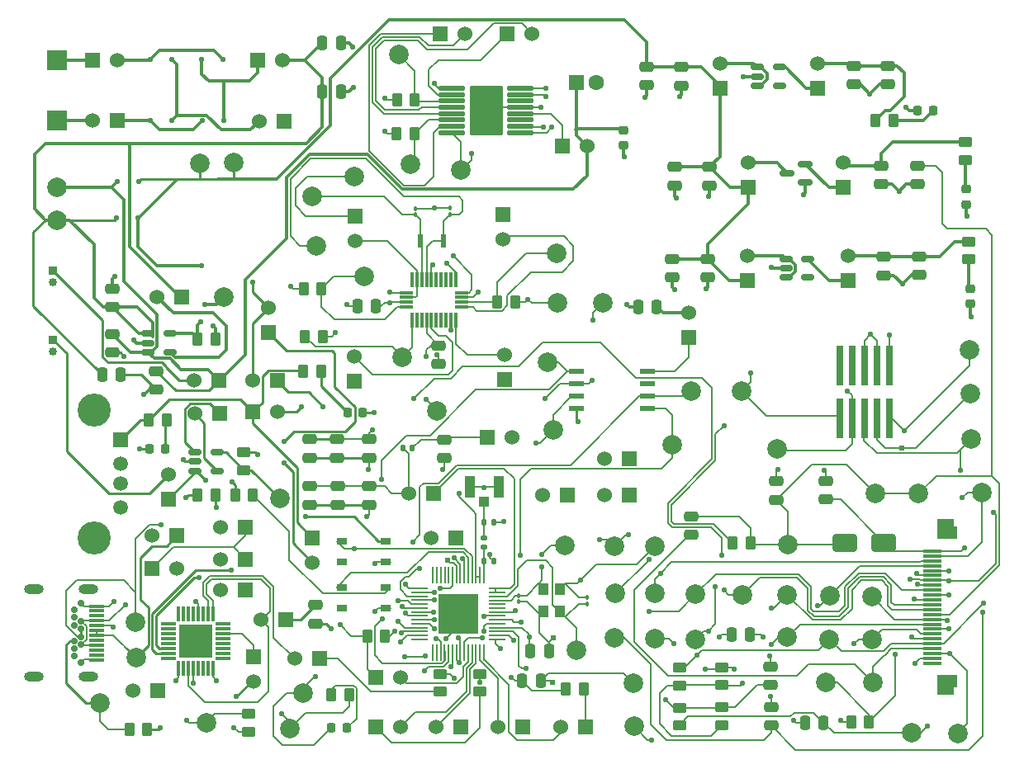
<source format=gbr>
%TF.GenerationSoftware,KiCad,Pcbnew,7.0.6-0*%
%TF.CreationDate,2024-11-22T12:27:14-08:00*%
%TF.ProjectId,OuterBoard_rev2.1,4f757465-7242-46f6-9172-645f72657632,rev?*%
%TF.SameCoordinates,Original*%
%TF.FileFunction,Copper,L1,Top*%
%TF.FilePolarity,Positive*%
%FSLAX46Y46*%
G04 Gerber Fmt 4.6, Leading zero omitted, Abs format (unit mm)*
G04 Created by KiCad (PCBNEW 7.0.6-0) date 2024-11-22 12:27:14*
%MOMM*%
%LPD*%
G01*
G04 APERTURE LIST*
G04 Aperture macros list*
%AMRoundRect*
0 Rectangle with rounded corners*
0 $1 Rounding radius*
0 $2 $3 $4 $5 $6 $7 $8 $9 X,Y pos of 4 corners*
0 Add a 4 corners polygon primitive as box body*
4,1,4,$2,$3,$4,$5,$6,$7,$8,$9,$2,$3,0*
0 Add four circle primitives for the rounded corners*
1,1,$1+$1,$2,$3*
1,1,$1+$1,$4,$5*
1,1,$1+$1,$6,$7*
1,1,$1+$1,$8,$9*
0 Add four rect primitives between the rounded corners*
20,1,$1+$1,$2,$3,$4,$5,0*
20,1,$1+$1,$4,$5,$6,$7,0*
20,1,$1+$1,$6,$7,$8,$9,0*
20,1,$1+$1,$8,$9,$2,$3,0*%
%AMFreePoly0*
4,1,17,1.053536,0.803536,1.055000,0.800000,1.055000,-1.150000,1.053536,-1.153536,1.050000,-1.155000,-0.250000,-1.155000,-0.253536,-1.153536,-0.255000,-1.150000,-0.255000,-0.805000,-1.050000,-0.805000,-1.053536,-0.803536,-1.055000,-0.800000,-1.055000,0.800000,-1.053536,0.803536,-1.050000,0.805000,1.050000,0.805000,1.053536,0.803536,1.053536,0.803536,$1*%
%AMFreePoly1*
4,1,17,1.053536,0.803536,1.055000,0.800000,1.055000,-0.800000,1.053536,-0.803536,1.050000,-0.805000,0.255000,-0.805000,0.255000,-1.150000,0.253536,-1.153536,0.250000,-1.155000,-1.050000,-1.155000,-1.053536,-1.153536,-1.055000,-1.150000,-1.055000,0.800000,-1.053536,0.803536,-1.050000,0.805000,1.050000,0.805000,1.053536,0.803536,1.053536,0.803536,$1*%
G04 Aperture macros list end*
%TA.AperFunction,ComponentPad*%
%ADD10R,1.530000X1.530000*%
%TD*%
%TA.AperFunction,ComponentPad*%
%ADD11C,1.530000*%
%TD*%
%TA.AperFunction,SMDPad,CuDef*%
%ADD12C,2.000000*%
%TD*%
%TA.AperFunction,SMDPad,CuDef*%
%ADD13RoundRect,0.250000X-0.475000X0.250000X-0.475000X-0.250000X0.475000X-0.250000X0.475000X0.250000X0*%
%TD*%
%TA.AperFunction,SMDPad,CuDef*%
%ADD14R,1.050000X1.300000*%
%TD*%
%TA.AperFunction,SMDPad,CuDef*%
%ADD15RoundRect,0.250000X-0.250000X-0.475000X0.250000X-0.475000X0.250000X0.475000X-0.250000X0.475000X0*%
%TD*%
%TA.AperFunction,SMDPad,CuDef*%
%ADD16RoundRect,0.100000X0.100000X-0.130000X0.100000X0.130000X-0.100000X0.130000X-0.100000X-0.130000X0*%
%TD*%
%TA.AperFunction,SMDPad,CuDef*%
%ADD17RoundRect,0.250000X0.475000X-0.250000X0.475000X0.250000X-0.475000X0.250000X-0.475000X-0.250000X0*%
%TD*%
%TA.AperFunction,SMDPad,CuDef*%
%ADD18RoundRect,0.250000X-0.262500X-0.450000X0.262500X-0.450000X0.262500X0.450000X-0.262500X0.450000X0*%
%TD*%
%TA.AperFunction,SMDPad,CuDef*%
%ADD19RoundRect,0.045000X-1.293000X-0.180000X1.293000X-0.180000X1.293000X0.180000X-1.293000X0.180000X0*%
%TD*%
%TA.AperFunction,SMDPad,CuDef*%
%ADD20RoundRect,0.046800X-1.291200X-0.187200X1.291200X-0.187200X1.291200X0.187200X-1.291200X0.187200X0*%
%TD*%
%TA.AperFunction,SMDPad,CuDef*%
%ADD21RoundRect,0.049000X-1.289000X-0.196000X1.289000X-0.196000X1.289000X0.196000X-1.289000X0.196000X0*%
%TD*%
%TA.AperFunction,SMDPad,CuDef*%
%ADD22RoundRect,0.051000X-1.649000X-2.449000X1.649000X-2.449000X1.649000X2.449000X-1.649000X2.449000X0*%
%TD*%
%TA.AperFunction,ComponentPad*%
%ADD23C,0.550000*%
%TD*%
%TA.AperFunction,SMDPad,CuDef*%
%ADD24R,1.050000X2.200000*%
%TD*%
%TA.AperFunction,SMDPad,CuDef*%
%ADD25R,1.050000X1.000000*%
%TD*%
%TA.AperFunction,SMDPad,CuDef*%
%ADD26R,1.620000X0.350000*%
%TD*%
%TA.AperFunction,ComponentPad*%
%ADD27C,0.700000*%
%TD*%
%TA.AperFunction,ComponentPad*%
%ADD28O,2.000000X1.000000*%
%TD*%
%TA.AperFunction,ComponentPad*%
%ADD29R,1.508000X1.508000*%
%TD*%
%TA.AperFunction,ComponentPad*%
%ADD30C,1.508000*%
%TD*%
%TA.AperFunction,ComponentPad*%
%ADD31C,3.396000*%
%TD*%
%TA.AperFunction,SMDPad,CuDef*%
%ADD32RoundRect,0.125000X0.125000X0.125000X-0.125000X0.125000X-0.125000X-0.125000X0.125000X-0.125000X0*%
%TD*%
%TA.AperFunction,SMDPad,CuDef*%
%ADD33RoundRect,0.250000X0.262500X0.450000X-0.262500X0.450000X-0.262500X-0.450000X0.262500X-0.450000X0*%
%TD*%
%TA.AperFunction,SMDPad,CuDef*%
%ADD34RoundRect,0.150000X-0.512500X-0.150000X0.512500X-0.150000X0.512500X0.150000X-0.512500X0.150000X0*%
%TD*%
%TA.AperFunction,SMDPad,CuDef*%
%ADD35R,1.968000X0.312000*%
%TD*%
%TA.AperFunction,SMDPad,CuDef*%
%ADD36R,1.968000X0.300000*%
%TD*%
%TA.AperFunction,SMDPad,CuDef*%
%ADD37FreePoly0,90.000000*%
%TD*%
%TA.AperFunction,SMDPad,CuDef*%
%ADD38FreePoly1,90.000000*%
%TD*%
%TA.AperFunction,SMDPad,CuDef*%
%ADD39RoundRect,0.100000X-0.100000X0.130000X-0.100000X-0.130000X0.100000X-0.130000X0.100000X0.130000X0*%
%TD*%
%TA.AperFunction,SMDPad,CuDef*%
%ADD40RoundRect,0.125000X-0.125000X-0.125000X0.125000X-0.125000X0.125000X0.125000X-0.125000X0.125000X0*%
%TD*%
%TA.AperFunction,SMDPad,CuDef*%
%ADD41RoundRect,0.218750X0.256250X-0.218750X0.256250X0.218750X-0.256250X0.218750X-0.256250X-0.218750X0*%
%TD*%
%TA.AperFunction,SMDPad,CuDef*%
%ADD42RoundRect,0.225000X-0.250000X0.225000X-0.250000X-0.225000X0.250000X-0.225000X0.250000X0.225000X0*%
%TD*%
%TA.AperFunction,SMDPad,CuDef*%
%ADD43RoundRect,0.250000X1.000000X0.650000X-1.000000X0.650000X-1.000000X-0.650000X1.000000X-0.650000X0*%
%TD*%
%TA.AperFunction,SMDPad,CuDef*%
%ADD44RoundRect,0.250000X0.450000X-0.262500X0.450000X0.262500X-0.450000X0.262500X-0.450000X-0.262500X0*%
%TD*%
%TA.AperFunction,SMDPad,CuDef*%
%ADD45RoundRect,0.250000X-0.450000X0.262500X-0.450000X-0.262500X0.450000X-0.262500X0.450000X0.262500X0*%
%TD*%
%TA.AperFunction,SMDPad,CuDef*%
%ADD46RoundRect,0.218750X-0.218750X-0.256250X0.218750X-0.256250X0.218750X0.256250X-0.218750X0.256250X0*%
%TD*%
%TA.AperFunction,SMDPad,CuDef*%
%ADD47RoundRect,0.147500X-0.147500X-0.172500X0.147500X-0.172500X0.147500X0.172500X-0.147500X0.172500X0*%
%TD*%
%TA.AperFunction,ComponentPad*%
%ADD48R,2.000000X2.000000*%
%TD*%
%TA.AperFunction,ComponentPad*%
%ADD49R,0.850000X0.850000*%
%TD*%
%TA.AperFunction,ComponentPad*%
%ADD50C,0.850000*%
%TD*%
%TA.AperFunction,SMDPad,CuDef*%
%ADD51RoundRect,0.150000X0.587500X0.150000X-0.587500X0.150000X-0.587500X-0.150000X0.587500X-0.150000X0*%
%TD*%
%TA.AperFunction,SMDPad,CuDef*%
%ADD52RoundRect,0.218750X0.218750X0.256250X-0.218750X0.256250X-0.218750X-0.256250X0.218750X-0.256250X0*%
%TD*%
%TA.AperFunction,SMDPad,CuDef*%
%ADD53R,0.300000X1.494000*%
%TD*%
%TA.AperFunction,SMDPad,CuDef*%
%ADD54R,1.456000X0.300000*%
%TD*%
%TA.AperFunction,SMDPad,CuDef*%
%ADD55RoundRect,0.147500X0.172500X-0.147500X0.172500X0.147500X-0.172500X0.147500X-0.172500X-0.147500X0*%
%TD*%
%TA.AperFunction,SMDPad,CuDef*%
%ADD56RoundRect,0.033750X-0.101250X0.721750X-0.101250X-0.721750X0.101250X-0.721750X0.101250X0.721750X0*%
%TD*%
%TA.AperFunction,SMDPad,CuDef*%
%ADD57RoundRect,0.033750X-0.721750X0.101250X-0.721750X-0.101250X0.721750X-0.101250X0.721750X0.101250X0*%
%TD*%
%TA.AperFunction,SMDPad,CuDef*%
%ADD58R,3.400000X3.400000*%
%TD*%
%TA.AperFunction,SMDPad,CuDef*%
%ADD59RoundRect,0.125000X-0.125000X0.125000X-0.125000X-0.125000X0.125000X-0.125000X0.125000X0.125000X0*%
%TD*%
%TA.AperFunction,SMDPad,CuDef*%
%ADD60RoundRect,0.140000X-0.140000X-0.170000X0.140000X-0.170000X0.140000X0.170000X-0.140000X0.170000X0*%
%TD*%
%TA.AperFunction,SMDPad,CuDef*%
%ADD61RoundRect,0.250000X0.250000X0.475000X-0.250000X0.475000X-0.250000X-0.475000X0.250000X-0.475000X0*%
%TD*%
%TA.AperFunction,SMDPad,CuDef*%
%ADD62R,1.549400X0.558800*%
%TD*%
%TA.AperFunction,ComponentPad*%
%ADD63R,1.600000X1.600000*%
%TD*%
%TA.AperFunction,ComponentPad*%
%ADD64C,1.600000*%
%TD*%
%TA.AperFunction,SMDPad,CuDef*%
%ADD65R,0.660400X4.190302*%
%TD*%
%TA.AperFunction,SMDPad,CuDef*%
%ADD66R,0.990600X0.711200*%
%TD*%
%TA.AperFunction,SMDPad,CuDef*%
%ADD67R,0.609600X1.397000*%
%TD*%
%TA.AperFunction,SMDPad,CuDef*%
%ADD68R,0.199200X1.750999*%
%TD*%
%TA.AperFunction,SMDPad,CuDef*%
%ADD69R,0.191598X1.750999*%
%TD*%
%TA.AperFunction,SMDPad,CuDef*%
%ADD70R,1.750999X0.199200*%
%TD*%
%TA.AperFunction,SMDPad,CuDef*%
%ADD71R,1.750999X0.191598*%
%TD*%
%TA.AperFunction,SMDPad,CuDef*%
%ADD72R,0.223600X1.750999*%
%TD*%
%TA.AperFunction,SMDPad,CuDef*%
%ADD73R,0.199198X1.750999*%
%TD*%
%TA.AperFunction,SMDPad,CuDef*%
%ADD74R,1.750999X0.199198*%
%TD*%
%TA.AperFunction,SMDPad,CuDef*%
%ADD75R,1.750999X0.229600*%
%TD*%
%TA.AperFunction,SMDPad,CuDef*%
%ADD76R,4.038600X4.038600*%
%TD*%
%TA.AperFunction,ViaPad*%
%ADD77C,0.550000*%
%TD*%
%TA.AperFunction,ViaPad*%
%ADD78C,0.609600*%
%TD*%
%TA.AperFunction,Conductor*%
%ADD79C,0.200000*%
%TD*%
%TA.AperFunction,Conductor*%
%ADD80C,0.254000*%
%TD*%
%TA.AperFunction,Conductor*%
%ADD81C,0.300000*%
%TD*%
G04 APERTURE END LIST*
D10*
%TO.P,J14,01,01*%
%TO.N,VCC*%
X97993200Y-89560400D03*
D11*
%TO.P,J14,02,02*%
%TO.N,Net-(U1-V_{DD})*%
X95453200Y-89560400D03*
%TD*%
D12*
%TO.P,TP44,1,1*%
%TO.N,CAM_RESET*%
X172796200Y-134264400D03*
%TD*%
D10*
%TO.P,J27,01,01*%
%TO.N,BNO_SDA*%
X117881400Y-128574800D03*
D11*
%TO.P,J27,02,02*%
%TO.N,GPIO33*%
X120421400Y-128574800D03*
%TD*%
D13*
%TO.P,C16,1*%
%TO.N,+3.3V*%
X170357800Y-65809500D03*
%TO.P,C16,2*%
%TO.N,GND*%
X170357800Y-67709500D03*
%TD*%
D14*
%TO.P,Y1,1,1*%
%TO.N,Net-(U9-XTAL_N)*%
X135029000Y-119532400D03*
%TO.P,Y1,2,GND*%
%TO.N,GND*%
X135029000Y-121832400D03*
%TO.P,Y1,3,3*%
%TO.N,Net-(U9-XTAL_P)*%
X136779000Y-121832400D03*
%TO.P,Y1,4,GND*%
%TO.N,GND*%
X136779000Y-119532400D03*
%TD*%
D15*
%TO.P,C32,1*%
%TO.N,+3.3V*%
X133720800Y-125831600D03*
%TO.P,C32,2*%
%TO.N,GND*%
X135620800Y-125831600D03*
%TD*%
D13*
%TO.P,C27,1*%
%TO.N,+2V8*%
X173380400Y-76071100D03*
%TO.P,C27,2*%
%TO.N,GND*%
X173380400Y-77971100D03*
%TD*%
D12*
%TO.P,TP3,1,1*%
%TO.N,+BATT*%
X85191600Y-78282800D03*
%TD*%
D16*
%TO.P,C43,1*%
%TO.N,Net-(U9-XTAL_P)*%
X139547600Y-121010200D03*
%TO.P,C43,2*%
%TO.N,GND*%
X139547600Y-120370200D03*
%TD*%
D17*
%TO.P,C12,1*%
%TO.N,Net-(D7-K)*%
X163982400Y-110322400D03*
%TO.P,C12,2*%
%TO.N,GND*%
X163982400Y-108422400D03*
%TD*%
D10*
%TO.P,J5,01,01*%
%TO.N,Net-(U2-BOUT1)*%
X124496900Y-62509400D03*
D11*
%TO.P,J5,02,02*%
%TO.N,Net-(U2-BOUT2)*%
X127036900Y-62509400D03*
%TD*%
D18*
%TO.P,R13,1*%
%TO.N,+3.3V*%
X99571800Y-109829600D03*
%TO.P,R13,2*%
%TO.N,Net-(R13-Pad2)*%
X101396800Y-109829600D03*
%TD*%
D12*
%TO.P,TP36,1,1*%
%TO.N,Net-(U8-CAP)*%
X124155200Y-101193600D03*
%TD*%
%TO.P,TP32,1,1*%
%TO.N,Net-(U8-XOUT32)*%
X111760000Y-84277200D03*
%TD*%
D19*
%TO.P,U2,1,~{SLEEP}*%
%TO.N,DRV_SLEEP*%
X125692000Y-68113600D03*
%TO.P,U2,2,AOUT1*%
%TO.N,Net-(U2-AOUT1)*%
X125692000Y-68763600D03*
%TO.P,U2,3,AISEN*%
%TO.N,Net-(U2-AISEN)*%
X125692000Y-69413600D03*
%TO.P,U2,4,AOUT2*%
%TO.N,Net-(U2-AOUT2)*%
X125692000Y-70063600D03*
%TO.P,U2,5,BOUT2*%
%TO.N,Net-(U2-BOUT2)*%
X125692000Y-70713600D03*
%TO.P,U2,6,BISEN*%
%TO.N,Net-(U2-BISEN)*%
X125692000Y-71363600D03*
%TO.P,U2,7,BOUT1*%
%TO.N,Net-(U2-BOUT1)*%
X125692000Y-72013600D03*
D20*
%TO.P,U2,8,~{FAULT}*%
%TO.N,DRV_FAULT*%
X125692000Y-72654600D03*
D19*
%TO.P,U2,9,BIN1*%
%TO.N,MOTOR2_BIN1*%
X132668000Y-72663600D03*
%TO.P,U2,10,BIN2*%
%TO.N,MOTOR2_BIN2*%
X132668000Y-72013600D03*
%TO.P,U2,11,NC*%
%TO.N,unconnected-(U2-NC-Pad11)*%
X132668000Y-71363600D03*
%TO.P,U2,12,VM*%
%TO.N,Net-(U2-VM)*%
X132668000Y-70713600D03*
%TO.P,U2,13,GND*%
%TO.N,GND*%
X132668000Y-70063600D03*
%TO.P,U2,14,NC*%
%TO.N,unconnected-(U2-NC-Pad14)*%
X132668000Y-69413600D03*
%TO.P,U2,15,AIN2*%
%TO.N,MOTOR1_AIN2*%
X132668000Y-68763600D03*
D21*
%TO.P,U2,16,AIN1*%
%TO.N,MOTOR1_AIN1*%
X132668000Y-68093600D03*
D22*
%TO.P,U2,17,EXP*%
%TO.N,GND*%
X129180000Y-70388600D03*
D23*
%TO.P,U2,18_1*%
%TO.N,N/C*%
X128180000Y-68588600D03*
%TO.P,U2,18_2*%
X128180000Y-69788600D03*
%TO.P,U2,18_3*%
X128180000Y-70988600D03*
%TO.P,U2,18_4*%
X128180000Y-72188600D03*
%TO.P,U2,18_5*%
X129180000Y-68588600D03*
%TO.P,U2,18_6*%
X129180000Y-69788600D03*
%TO.P,U2,18_7*%
X129180000Y-70988600D03*
%TO.P,U2,18_8*%
X129180000Y-72188600D03*
%TO.P,U2,18_9*%
X130180000Y-68588600D03*
%TO.P,U2,18_10*%
X130180000Y-69788600D03*
%TO.P,U2,18_11*%
X130180000Y-70988600D03*
%TO.P,U2,18_12*%
X130180000Y-72188600D03*
%TD*%
D15*
%TO.P,C7,1*%
%TO.N,VCC*%
X89829600Y-97536000D03*
%TO.P,C7,2*%
%TO.N,GND*%
X91729600Y-97536000D03*
%TD*%
D12*
%TO.P,TP21,1,1*%
%TO.N,MTCK{slash}IO39{slash}CAM_SCL*%
X159004000Y-105105200D03*
%TD*%
D17*
%TO.P,C9,1*%
%TO.N,+2V8*%
X158953200Y-110347800D03*
%TO.P,C9,2*%
%TO.N,GND*%
X158953200Y-108447800D03*
%TD*%
D16*
%TO.P,C31,1*%
%TO.N,Net-(U8-XOUT32)*%
X125501400Y-81056000D03*
%TO.P,C31,2*%
%TO.N,GND*%
X125501400Y-80416000D03*
%TD*%
D12*
%TO.P,TP27,1,1*%
%TO.N,IO21{slash}USER_LED*%
X110388400Y-130149600D03*
%TD*%
%TO.P,TP56,1,1*%
%TO.N,IO14{slash}DVP_Y6*%
X146481800Y-124612400D03*
%TD*%
D13*
%TO.P,C40,1*%
%TO.N,+3.3V*%
X113944400Y-108966000D03*
%TO.P,C40,2*%
%TO.N,GND*%
X113944400Y-110866000D03*
%TD*%
D12*
%TO.P,TP43,1,1*%
%TO.N,MTCK{slash}IO39{slash}CAM_SCL*%
X164363400Y-124637800D03*
%TD*%
D24*
%TO.P,ANT1,GND1*%
%TO.N,GND*%
X127506200Y-109041200D03*
%TO.P,ANT1,GND2*%
X130456200Y-109041200D03*
D25*
%TO.P,ANT1,SIG*%
%TO.N,Net-(ANT1-PadSIG)*%
X128981200Y-110566200D03*
%TD*%
D13*
%TO.P,C39,1*%
%TO.N,+3.3V*%
X111048800Y-108966000D03*
%TO.P,C39,2*%
%TO.N,GND*%
X111048800Y-110866000D03*
%TD*%
D12*
%TO.P,TP31,1,1*%
%TO.N,Net-(U8-XIN32)*%
X111379000Y-79248000D03*
%TD*%
D10*
%TO.P,J13,01,01*%
%TO.N,+BATT*%
X96570800Y-110298300D03*
D11*
%TO.P,J13,02,02*%
%TO.N,Net-(J13-Pad02)*%
X96570800Y-107758300D03*
%TD*%
D26*
%TO.P,J42,A1,GND*%
%TO.N,GND*%
X89211700Y-121252800D03*
%TO.P,J42,A2,SSTXP1*%
%TO.N,unconnected-(J42-SSTXP1-PadA2)*%
X89211700Y-121752800D03*
%TO.P,J42,A3,SSTXN1*%
%TO.N,unconnected-(J42-SSTXN1-PadA3)*%
X89211700Y-122252800D03*
%TO.P,J42,A4,VBUS*%
%TO.N,+5V*%
X89211700Y-122752800D03*
%TO.P,J42,A5,CC1*%
%TO.N,Net-(J42-CC1)*%
X89211700Y-123252800D03*
%TO.P,J42,A6,DP1*%
%TO.N,Net-(J42-DN1)*%
X89211700Y-123752800D03*
%TO.P,J42,A7,DN1*%
X89211700Y-124252800D03*
%TO.P,J42,A8,SBU1*%
%TO.N,unconnected-(J42-SBU1-PadA8)*%
X89211700Y-124752800D03*
%TO.P,J42,A9,VBUS__1*%
%TO.N,+5V*%
X89211700Y-125252800D03*
%TO.P,J42,A10,SSRXN2*%
%TO.N,unconnected-(J42-SSRXN2-PadA10)*%
X89211700Y-125752800D03*
%TO.P,J42,A11,SSRXP2*%
%TO.N,unconnected-(J42-SSRXP2-PadA11)*%
X89211700Y-126252800D03*
%TO.P,J42,A12,GND__1*%
%TO.N,GND*%
X89211700Y-126752800D03*
D27*
%TO.P,J42,B1,GND__2*%
X87641700Y-127052800D03*
%TO.P,J42,B2,SSTXP2*%
%TO.N,unconnected-(J42-SSTXP2-PadB2)*%
X86941700Y-126402800D03*
%TO.P,J42,B3,SSTXN2*%
%TO.N,unconnected-(J42-SSTXN2-PadB3)*%
X86941700Y-125602800D03*
%TO.P,J42,B4,VBUS__2*%
%TO.N,+5V*%
X87641700Y-125202800D03*
%TO.P,J42,B5,CC2*%
%TO.N,Net-(J42-CC2)*%
X86941700Y-124802800D03*
%TO.P,J42,B6,DP2*%
%TO.N,Net-(J42-DN2)*%
X87641700Y-124402800D03*
%TO.P,J42,B7,DN2*%
X87641700Y-123602800D03*
%TO.P,J42,B8,SBU2*%
%TO.N,unconnected-(J42-SBU2-PadB8)*%
X86941700Y-123202800D03*
%TO.P,J42,B9,VBUS__3*%
%TO.N,+5V*%
X87641700Y-122802800D03*
%TO.P,J42,B10,SSRXN1*%
%TO.N,unconnected-(J42-SSRXN1-PadB10)*%
X86941700Y-122402800D03*
%TO.P,J42,B11,SSRXP1*%
%TO.N,unconnected-(J42-SSRXP1-PadB11)*%
X86941700Y-121602800D03*
%TO.P,J42,B12,GND__3*%
%TO.N,GND*%
X87641700Y-120952800D03*
D28*
%TO.P,J42,SH1,SHIELD*%
X88441700Y-119502800D03*
%TO.P,J42,SH2,SHIELD__1*%
X88441700Y-128502800D03*
%TO.P,J42,SH3,SHIELD__2*%
X82841700Y-119502800D03*
%TO.P,J42,SH4,SHIELD__3*%
X82841700Y-128502800D03*
%TD*%
D12*
%TO.P,TP14,1,1*%
%TO.N,Net-(U9-XTAL_N)*%
X137210800Y-115011200D03*
%TD*%
%TO.P,TP46,1,1*%
%TO.N,Net-(J10-Pad8)*%
X164033200Y-129108200D03*
%TD*%
%TO.P,TP10,1,1*%
%TO.N,Net-(U3-PROG)*%
X108051600Y-110236000D03*
%TD*%
D13*
%TO.P,C24,1*%
%TO.N,+1V8*%
X169900600Y-85418300D03*
%TO.P,C24,2*%
%TO.N,GND*%
X169900600Y-87318300D03*
%TD*%
%TO.P,C20,1*%
%TO.N,VDC*%
X148539200Y-76198100D03*
%TO.P,C20,2*%
%TO.N,GND*%
X148539200Y-78098100D03*
%TD*%
%TO.P,C21,1*%
%TO.N,VDC*%
X151866600Y-85621500D03*
%TO.P,C21,2*%
%TO.N,GND*%
X151866600Y-87521500D03*
%TD*%
D10*
%TO.P,J16,01,01*%
%TO.N,DRV_FAULT*%
X139344400Y-133629400D03*
D11*
%TO.P,J16,02,02*%
%TO.N,GPIO37*%
X136804400Y-133629400D03*
%TD*%
D29*
%TO.P,J44,1,VCC*%
%TO.N,+5V*%
X91726100Y-104167550D03*
D30*
%TO.P,J44,2,D-*%
%TO.N,Net-(J44-D-)*%
X91726100Y-106667550D03*
%TO.P,J44,3,D+*%
%TO.N,Net-(J44-D+)*%
X91726100Y-108667550D03*
%TO.P,J44,4,GND*%
%TO.N,GND*%
X91726100Y-111167550D03*
D31*
%TO.P,J44,SH1,SHIELD*%
X89016100Y-101097550D03*
%TO.P,J44,SH2,SHIELD__1*%
X89016100Y-114237550D03*
%TD*%
D10*
%TO.P,J22,01,01*%
%TO.N,Net-(U5-VOUT)*%
X166293800Y-87805900D03*
D11*
%TO.P,J22,02,02*%
%TO.N,+1V8*%
X166293800Y-85265900D03*
%TD*%
D13*
%TO.P,FB1,1*%
%TO.N,+2V8*%
X150215600Y-112064800D03*
%TO.P,FB1,2*%
%TO.N,Net-(FB1-Pad2)*%
X150215600Y-113964800D03*
%TD*%
D12*
%TO.P,TP64,1,1*%
%TO.N,Net-(J42-CC1)*%
X100480500Y-133197600D03*
%TD*%
D32*
%TO.P,D15,1,K*%
%TO.N,Net-(D15-K)*%
X112471200Y-100787200D03*
%TO.P,D15,2,A*%
%TO.N,Net-(D15-A)*%
X110271200Y-100787200D03*
%TD*%
D13*
%TO.P,C37,1*%
%TO.N,+3.3V*%
X117181700Y-104140000D03*
%TO.P,C37,2*%
%TO.N,GND*%
X117181700Y-106040000D03*
%TD*%
%TO.P,C23,1*%
%TO.N,+3.3V*%
X111709200Y-121158000D03*
%TO.P,C23,2*%
%TO.N,GND*%
X111709200Y-123058000D03*
%TD*%
D10*
%TO.P,J35,01,01*%
%TO.N,+3.3V*%
X108672700Y-122682000D03*
D11*
%TO.P,J35,02,02*%
%TO.N,Net-(U7-VCC)*%
X106132700Y-122682000D03*
%TD*%
D10*
%TO.P,J31,01,01*%
%TO.N,D0{slash}A0*%
X126097100Y-114249200D03*
D11*
%TO.P,J31,02,02*%
%TO.N,MOTOR2_BIN2*%
X123557100Y-114249200D03*
%TD*%
D33*
%TO.P,R20,1*%
%TO.N,Net-(D14-A)*%
X112268000Y-97180400D03*
%TO.P,R20,2*%
%TO.N,+5V*%
X110443000Y-97180400D03*
%TD*%
D12*
%TO.P,TP61,1,1*%
%TO.N,GND*%
X144297400Y-129133600D03*
%TD*%
D34*
%TO.P,U3,1,CE*%
%TO.N,VCC*%
X99344900Y-105476000D03*
%TO.P,U3,2,V_{SS}*%
%TO.N,GND*%
X99344900Y-106426000D03*
%TO.P,U3,3,V_{BAT}*%
%TO.N,+BATT*%
X99344900Y-107376000D03*
%TO.P,U3,4,V_{DD}*%
%TO.N,Net-(U3-V_{DD})*%
X101619900Y-107376000D03*
%TO.P,U3,5,PROG*%
%TO.N,Net-(U3-PROG)*%
X101619900Y-105476000D03*
%TD*%
D10*
%TO.P,J9,01,01*%
%TO.N,USB_DP*%
X104495600Y-116433600D03*
D11*
%TO.P,J9,02,02*%
%TO.N,Net-(U7-USBDP)*%
X101955600Y-116433600D03*
%TD*%
D10*
%TO.P,J36,01,01*%
%TO.N,+5V*%
X111353600Y-114249200D03*
D11*
%TO.P,J36,02,02*%
%TO.N,Net-(D8-A)*%
X111353600Y-116789200D03*
%TD*%
D10*
%TO.P,J15,01,01*%
%TO.N,VCC*%
X101854000Y-101498400D03*
D11*
%TO.P,J15,02,02*%
%TO.N,Net-(U3-V_{DD})*%
X99314000Y-101498400D03*
%TD*%
D13*
%TO.P,C11,1*%
%TO.N,VDC*%
X145643600Y-65911100D03*
%TO.P,C11,2*%
%TO.N,GND*%
X145643600Y-67811100D03*
%TD*%
%TO.P,C8,1*%
%TO.N,+BATT*%
X95351600Y-97129600D03*
%TO.P,C8,2*%
%TO.N,GND*%
X95351600Y-99029600D03*
%TD*%
D18*
%TO.P,R6,1*%
%TO.N,Net-(R6-Pad1)*%
X154461200Y-114782600D03*
%TO.P,R6,2*%
%TO.N,+2V8*%
X156286200Y-114782600D03*
%TD*%
D35*
%TO.P,J10,1,1*%
%TO.N,unconnected-(J10-Pad1)*%
X174897800Y-127105200D03*
D36*
%TO.P,J10,2,2*%
%TO.N,GND*%
X174897800Y-126611200D03*
%TO.P,J10,3,3*%
%TO.N,MTDO{slash}IO40{slash}CAM_SDA*%
X174897800Y-126111200D03*
%TO.P,J10,4,4*%
%TO.N,Net-(FB1-Pad2)*%
X174897800Y-125611200D03*
%TO.P,J10,5,5*%
%TO.N,MTCK{slash}IO39{slash}CAM_SCL*%
X174897800Y-125111200D03*
%TO.P,J10,6,6*%
%TO.N,CAM_RESET*%
X174897800Y-124611200D03*
%TO.P,J10,7,7*%
%TO.N,IO38{slash}DVP_VSYNC*%
X174897800Y-124111200D03*
%TO.P,J10,8,8*%
%TO.N,Net-(J10-Pad8)*%
X174897800Y-123611200D03*
%TO.P,J10,9,9*%
%TO.N,IO47{slash}DVP_HREF*%
X174897800Y-123111200D03*
%TO.P,J10,10,10*%
%TO.N,+1V8*%
X174897800Y-122611200D03*
%TO.P,J10,11,11*%
%TO.N,+2V8*%
X174897800Y-122111200D03*
%TO.P,J10,12,12*%
%TO.N,IO48{slash}DVP_Y9*%
X174897800Y-121611200D03*
%TO.P,J10,13,13*%
%TO.N,IO10{slash}XMCLK*%
X174897800Y-121111200D03*
%TO.P,J10,14,14*%
%TO.N,IO11{slash}DVP_Y8*%
X174897800Y-120611200D03*
%TO.P,J10,15,15*%
%TO.N,GND*%
X174897800Y-120111200D03*
%TO.P,J10,16,16*%
%TO.N,IO12{slash}DVP_Y7*%
X174897800Y-119611200D03*
%TO.P,J10,17,17*%
%TO.N,IO13{slash}DVP_PCLK*%
X174897800Y-119111200D03*
%TO.P,J10,18,18*%
%TO.N,IO14{slash}DVP_Y6*%
X174897800Y-118611200D03*
%TO.P,J10,19,19*%
%TO.N,IO15{slash}DVP_Y2*%
X174897800Y-118111200D03*
%TO.P,J10,20,20*%
%TO.N,IO16{slash}DVP_Y5*%
X174897800Y-117611200D03*
%TO.P,J10,21,21*%
%TO.N,IO17{slash}DVP_Y3*%
X174897800Y-117111200D03*
%TO.P,J10,22,22*%
%TO.N,IO18{slash}DVP_Y4*%
X174897800Y-116611200D03*
%TO.P,J10,23,23*%
%TO.N,GND*%
X174897800Y-116111200D03*
%TO.P,J10,24,24*%
%TO.N,Net-(D7-K)*%
X174897800Y-115611200D03*
D37*
%TO.P,J10,S1*%
%TO.N,N/C*%
X176281800Y-129361200D03*
D38*
%TO.P,J10,S2*%
X176281800Y-113361200D03*
%TD*%
D10*
%TO.P,J1,01,01*%
%TO.N,Net-(J1-Pad01)*%
X88823800Y-65227200D03*
D11*
%TO.P,J1,02,02*%
%TO.N,Net-(D1-K)*%
X91363800Y-65227200D03*
%TD*%
D39*
%TO.P,C45,1*%
%TO.N,Net-(U9-XTAL_N)*%
X132486400Y-120167000D03*
%TO.P,C45,2*%
%TO.N,GND*%
X132486400Y-120807000D03*
%TD*%
D40*
%TO.P,D2,1,K*%
%TO.N,Net-(D2-K)*%
X94751800Y-71424800D03*
%TO.P,D2,2,A*%
%TO.N,Net-(D1-A)*%
X96951800Y-71424800D03*
%TD*%
D10*
%TO.P,J6,01,01*%
%TO.N,Net-(U2-AOUT1)*%
X131343400Y-62534800D03*
D11*
%TO.P,J6,02,02*%
%TO.N,Net-(U2-AOUT2)*%
X133883400Y-62534800D03*
%TD*%
D41*
%TO.P,D11,1,K*%
%TO.N,GND*%
X178790600Y-90242600D03*
%TO.P,D11,2,A*%
%TO.N,Net-(D11-A)*%
X178790600Y-88667600D03*
%TD*%
D12*
%TO.P,TP8,1,1*%
%TO.N,Net-(U2-BISEN)*%
X121412000Y-75895200D03*
%TD*%
D33*
%TO.P,R3,1*%
%TO.N,Net-(U2-AISEN)*%
X121869200Y-69342000D03*
%TO.P,R3,2*%
%TO.N,GND*%
X120044200Y-69342000D03*
%TD*%
D12*
%TO.P,TP11,1,1*%
%TO.N,DRV_FAULT*%
X126619000Y-76504800D03*
%TD*%
D15*
%TO.P,C42,1*%
%TO.N,+3.3V*%
X132872400Y-128930400D03*
%TO.P,C42,2*%
%TO.N,GND*%
X134772400Y-128930400D03*
%TD*%
D10*
%TO.P,J38,01,01*%
%TO.N,+3.3V*%
X115722400Y-81229200D03*
D11*
%TO.P,J38,02,02*%
%TO.N,Net-(U8-VDD)*%
X115722400Y-83769200D03*
%TD*%
D10*
%TO.P,J46,01,01*%
%TO.N,Net-(D15-K)*%
X107746800Y-98094800D03*
D11*
%TO.P,J46,02,02*%
%TO.N,VDC*%
X105206800Y-98094800D03*
%TD*%
D12*
%TO.P,TP33,1,1*%
%TO.N,Net-(U8-PS0)*%
X120599200Y-95681800D03*
%TD*%
D40*
%TO.P,D3,1,K*%
%TO.N,Net-(D3-K)*%
X100017400Y-65125600D03*
%TO.P,D3,2,A*%
%TO.N,Net-(D1-K)*%
X102217400Y-65125600D03*
%TD*%
D10*
%TO.P,J34,01,01*%
%TO.N,Net-(U11-VCC)*%
X149961600Y-93726000D03*
D11*
%TO.P,J34,02,02*%
%TO.N,+3.3V*%
X149961600Y-91186000D03*
%TD*%
D12*
%TO.P,TP38,1,1*%
%TO.N,+3.3V*%
X115646200Y-77216000D03*
%TD*%
D10*
%TO.P,J25,01,01*%
%TO.N,BNO_INT*%
X126568200Y-133654800D03*
D11*
%TO.P,J25,02,02*%
%TO.N,GPIO35*%
X124028200Y-133654800D03*
%TD*%
D12*
%TO.P,TP29,1,1*%
%TO.N,SPIWP*%
X136042400Y-103174800D03*
%TD*%
D42*
%TO.P,C5,1*%
%TO.N,+BATT*%
X143230600Y-72440800D03*
%TO.P,C5,2*%
%TO.N,GND*%
X143230600Y-73990800D03*
%TD*%
D43*
%TO.P,D7,1,K*%
%TO.N,Net-(D7-K)*%
X169970200Y-114731800D03*
%TO.P,D7,2,A*%
%TO.N,+2V8*%
X165970200Y-114731800D03*
%TD*%
D12*
%TO.P,TP40,1,1*%
%TO.N,MTDO{slash}IO40{slash}CAM_SDA*%
X177520600Y-134289800D03*
%TD*%
D44*
%TO.P,R23,1*%
%TO.N,Net-(D11-A)*%
X178689000Y-85668500D03*
%TO.P,R23,2*%
%TO.N,+1V8*%
X178689000Y-83843500D03*
%TD*%
%TO.P,R7,1*%
%TO.N,Net-(R6-Pad1)*%
X153314400Y-129360300D03*
%TO.P,R7,2*%
%TO.N,MTDO{slash}IO40{slash}CAM_SDA*%
X153314400Y-127535300D03*
%TD*%
D10*
%TO.P,J23,01,01*%
%TO.N,Net-(U2-VM)*%
X136996100Y-74015600D03*
D11*
%TO.P,J23,02,02*%
%TO.N,+BATT*%
X139536100Y-74015600D03*
%TD*%
D45*
%TO.P,R26,1*%
%TO.N,Net-(J42-CC1)*%
X104800400Y-132334000D03*
%TO.P,R26,2*%
%TO.N,GND*%
X104800400Y-134159000D03*
%TD*%
D46*
%TO.P,D13,1,K*%
%TO.N,GND*%
X94691000Y-105156000D03*
%TO.P,D13,2,A*%
%TO.N,Net-(D13-A)*%
X96266000Y-105156000D03*
%TD*%
D10*
%TO.P,J33,01,01*%
%TO.N,Net-(J33-Pad01)*%
X123774200Y-109687400D03*
D11*
%TO.P,J33,02,02*%
%TO.N,+3.3V*%
X121234200Y-109687400D03*
%TD*%
D46*
%TO.P,D9,1,K*%
%TO.N,IO21{slash}USER_LED*%
X113309200Y-133756400D03*
%TO.P,D9,2,A*%
%TO.N,Net-(D9-A)*%
X114884200Y-133756400D03*
%TD*%
D33*
%TO.P,R25,1*%
%TO.N,Net-(D13-A)*%
X96418400Y-102158800D03*
%TO.P,R25,2*%
%TO.N,+5V*%
X94593400Y-102158800D03*
%TD*%
D12*
%TO.P,TP59,1,1*%
%TO.N,IO17{slash}DVP_Y3*%
X164414200Y-120167400D03*
%TD*%
D10*
%TO.P,J29,01,01*%
%TO.N,D2{slash}A2*%
X143865600Y-109829600D03*
D11*
%TO.P,J29,02,02*%
%TO.N,MOTOR1_AIN2*%
X141325600Y-109829600D03*
%TD*%
D12*
%TO.P,TP25,1,1*%
%TO.N,Net-(J42-DN1)*%
X93268800Y-126542800D03*
%TD*%
D47*
%TO.P,L2,1,1*%
%TO.N,+3.3V*%
X120645200Y-105054400D03*
%TO.P,L2,2,2*%
%TO.N,Net-(C38-Pad1)*%
X121615200Y-105054400D03*
%TD*%
D16*
%TO.P,C30,1*%
%TO.N,Net-(U8-XIN32)*%
X121945400Y-81092000D03*
%TO.P,C30,2*%
%TO.N,GND*%
X121945400Y-80452000D03*
%TD*%
D12*
%TO.P,TP5,1,1*%
%TO.N,VCC*%
X85191600Y-81635600D03*
%TD*%
%TO.P,TP48,1,1*%
%TO.N,+1V8*%
X168706800Y-120243600D03*
%TD*%
%TO.P,TP41,1,1*%
%TO.N,Net-(FB1-Pad2)*%
X168808400Y-129082800D03*
%TD*%
D44*
%TO.P,R8,1*%
%TO.N,Net-(R6-Pad1)*%
X153314400Y-133473200D03*
%TO.P,R8,2*%
%TO.N,+3.3V*%
X153314400Y-131648200D03*
%TD*%
D13*
%TO.P,C29,1*%
%TO.N,Net-(U8-CAP)*%
X124307600Y-94513400D03*
%TO.P,C29,2*%
%TO.N,GND*%
X124307600Y-96413400D03*
%TD*%
D10*
%TO.P,J43,01,01*%
%TO.N,Net-(U7-USBDM)*%
X104495600Y-119634000D03*
D11*
%TO.P,J43,02,02*%
%TO.N,USB_DN*%
X101955600Y-119634000D03*
%TD*%
D17*
%TO.P,C14,1*%
%TO.N,Net-(D7-K)*%
X158394400Y-133487200D03*
%TO.P,C14,2*%
%TO.N,GND*%
X158394400Y-131587200D03*
%TD*%
D10*
%TO.P,J48,01,01*%
%TO.N,USB_DP*%
X104495600Y-113131600D03*
D11*
%TO.P,J48,02,02*%
%TO.N,Net-(J44-D+)*%
X101955600Y-113131600D03*
%TD*%
D10*
%TO.P,J3,01,01*%
%TO.N,Net-(D3-K)*%
X105779500Y-65252600D03*
D11*
%TO.P,J3,02,02*%
%TO.N,VCC*%
X108319500Y-65252600D03*
%TD*%
D48*
%TO.P,TP1,1,1*%
%TO.N,Net-(J1-Pad01)*%
X85140800Y-65244000D03*
%TD*%
D34*
%TO.P,U4,1,VIN*%
%TO.N,Net-(U4-EN)*%
X156957600Y-65946700D03*
%TO.P,U4,2,GND*%
%TO.N,GND*%
X156957600Y-66896700D03*
%TO.P,U4,3,EN*%
%TO.N,Net-(U4-EN)*%
X156957600Y-67846700D03*
%TO.P,U4,4,NC*%
%TO.N,unconnected-(U4-NC-Pad4)*%
X159232600Y-67846700D03*
%TO.P,U4,5,VOUT*%
%TO.N,Net-(U4-VOUT)*%
X159232600Y-65946700D03*
%TD*%
D13*
%TO.P,C4,1*%
%TO.N,+BATT*%
X90855800Y-93319600D03*
%TO.P,C4,2*%
%TO.N,GND*%
X90855800Y-95219600D03*
%TD*%
D12*
%TO.P,TP62,1,1*%
%TO.N,Net-(D7-K)*%
X142367000Y-124536200D03*
%TD*%
D10*
%TO.P,J2,01,01*%
%TO.N,Net-(D2-K)*%
X91389200Y-71450200D03*
D11*
%TO.P,J2,02,02*%
%TO.N,Net-(J2-Pad02)*%
X88849200Y-71450200D03*
%TD*%
D10*
%TO.P,J41,01,01*%
%TO.N,GND*%
X130886200Y-81102200D03*
D11*
%TO.P,J41,02,02*%
%TO.N,Net-(U8-PIN16)*%
X130886200Y-83642200D03*
%TD*%
D12*
%TO.P,TP45,1,1*%
%TO.N,IO38{slash}DVP_VSYNC*%
X168783000Y-124637800D03*
%TD*%
%TO.P,TP6,1,1*%
%TO.N,VDC*%
X103327200Y-75742800D03*
%TD*%
D10*
%TO.P,J4,01,01*%
%TO.N,GND*%
X108444100Y-71501000D03*
D11*
%TO.P,J4,02,02*%
%TO.N,Net-(D1-A)*%
X105904100Y-71501000D03*
%TD*%
D13*
%TO.P,C26,1*%
%TO.N,+1V8*%
X173609000Y-85367500D03*
%TO.P,C26,2*%
%TO.N,GND*%
X173609000Y-87267500D03*
%TD*%
D44*
%TO.P,R4,1*%
%TO.N,Net-(U3-PROG)*%
X104343200Y-107285800D03*
%TO.P,R4,2*%
%TO.N,GND*%
X104343200Y-105460800D03*
%TD*%
D49*
%TO.P,J7,1,1*%
%TO.N,Net-(J12-Pad02)*%
X84785200Y-86801801D03*
D50*
%TO.P,J7,2,2*%
%TO.N,GND*%
X84785200Y-88051801D03*
%TD*%
D12*
%TO.P,TP50,1,1*%
%TO.N,IO48{slash}DVP_Y9*%
X160045400Y-120091200D03*
%TD*%
%TO.P,TP7,1,1*%
%TO.N,Net-(U1-PROG)*%
X102311200Y-89560400D03*
%TD*%
D49*
%TO.P,J8,1,1*%
%TO.N,Net-(J13-Pad02)*%
X84792401Y-93913801D03*
D50*
%TO.P,J8,2,2*%
%TO.N,GND*%
X84792401Y-95163801D03*
%TD*%
D33*
%TO.P,R5,1*%
%TO.N,Net-(J10-Pad8)*%
X168427400Y-133121400D03*
%TO.P,R5,2*%
%TO.N,GND*%
X166602400Y-133121400D03*
%TD*%
D51*
%TO.P,U6,1,GND*%
%TO.N,GND*%
X161911200Y-77767900D03*
%TO.P,U6,2,VO*%
%TO.N,Net-(U6-VO)*%
X161911200Y-75867900D03*
%TO.P,U6,3,VI*%
%TO.N,Net-(U6-VI)*%
X160036200Y-76817900D03*
%TD*%
D12*
%TO.P,TP47,1,1*%
%TO.N,IO47{slash}DVP_HREF*%
X160045400Y-124409200D03*
%TD*%
D13*
%TO.P,C25,1*%
%TO.N,Net-(C25-Pad1)*%
X169672000Y-76041500D03*
%TO.P,C25,2*%
%TO.N,GND*%
X169672000Y-77941500D03*
%TD*%
D12*
%TO.P,TP13,1,1*%
%TO.N,Net-(U9-XTAL_P)*%
X138404600Y-125780800D03*
%TD*%
D15*
%TO.P,C2,1*%
%TO.N,VCC*%
X112374600Y-68453000D03*
%TO.P,C2,2*%
%TO.N,GND*%
X114274600Y-68453000D03*
%TD*%
D13*
%TO.P,C41,1*%
%TO.N,+3.3V*%
X117144800Y-108955800D03*
%TO.P,C41,2*%
%TO.N,GND*%
X117144800Y-110855800D03*
%TD*%
%TO.P,C36,1*%
%TO.N,+3.3V*%
X113893600Y-104114600D03*
%TO.P,C36,2*%
%TO.N,GND*%
X113893600Y-106014600D03*
%TD*%
D44*
%TO.P,R24,1*%
%TO.N,Net-(D12-A)*%
X178308000Y-75483000D03*
%TO.P,R24,2*%
%TO.N,Net-(C25-Pad1)*%
X178308000Y-73658000D03*
%TD*%
D18*
%TO.P,R27,1*%
%TO.N,Net-(J42-CC2)*%
X92610300Y-133908800D03*
%TO.P,R27,2*%
%TO.N,GND*%
X94435300Y-133908800D03*
%TD*%
D52*
%TO.P,D14,1,K*%
%TO.N,GND*%
X116535200Y-101396800D03*
%TO.P,D14,2,A*%
%TO.N,Net-(D14-A)*%
X114960200Y-101396800D03*
%TD*%
D45*
%TO.P,R31,1*%
%TO.N,Net-(U9-U0TXD)*%
X124460000Y-128219200D03*
%TO.P,R31,2*%
%TO.N,TX_D6*%
X124460000Y-130044200D03*
%TD*%
D12*
%TO.P,TP39,1,1*%
%TO.N,GND*%
X179984400Y-109575600D03*
%TD*%
D15*
%TO.P,C18,1*%
%TO.N,+3.3V*%
X154320200Y-124206000D03*
%TO.P,C18,2*%
%TO.N,GND*%
X156220200Y-124206000D03*
%TD*%
D44*
%TO.P,R9,1*%
%TO.N,Net-(R6-Pad1)*%
X149021800Y-129383800D03*
%TO.P,R9,2*%
%TO.N,MTCK{slash}IO39{slash}CAM_SCL*%
X149021800Y-127558800D03*
%TD*%
D45*
%TO.P,R10,1*%
%TO.N,+3.3V*%
X148996400Y-131673600D03*
%TO.P,R10,2*%
%TO.N,CAM_RESET*%
X148996400Y-133498600D03*
%TD*%
D12*
%TO.P,TP26,1,1*%
%TO.N,Net-(J42-DN2)*%
X93243400Y-122936000D03*
%TD*%
D10*
%TO.P,J51,01,01*%
%TO.N,Net-(U7-TXD)*%
X105359200Y-126441200D03*
D11*
%TO.P,J51,02,02*%
%TO.N,RX_D7*%
X105359200Y-128981200D03*
%TD*%
D12*
%TO.P,TP49,1,1*%
%TO.N,+2V8*%
X160121600Y-114909600D03*
%TD*%
D13*
%TO.P,C22,1*%
%TO.N,VDC*%
X152095200Y-76198100D03*
%TO.P,C22,2*%
%TO.N,GND*%
X152095200Y-78098100D03*
%TD*%
D12*
%TO.P,TP28,1,1*%
%TO.N,SPIQ*%
X141122400Y-90119200D03*
%TD*%
D18*
%TO.P,R14,1*%
%TO.N,+3.3V*%
X103432600Y-109829600D03*
%TO.P,R14,2*%
%TO.N,Net-(R14-Pad2)*%
X105257600Y-109829600D03*
%TD*%
D12*
%TO.P,TP20,1,1*%
%TO.N,CHIP_EN*%
X155346400Y-99161600D03*
%TD*%
D10*
%TO.P,J39,01,01*%
%TO.N,GND*%
X115646200Y-98196400D03*
D11*
%TO.P,J39,02,02*%
%TO.N,Net-(U8-PIN10)*%
X115646200Y-95656400D03*
%TD*%
D48*
%TO.P,TP2,1,1*%
%TO.N,Net-(J2-Pad02)*%
X85166200Y-71450200D03*
%TD*%
D12*
%TO.P,TP17,1,1*%
%TO.N,SPICS0*%
X135483600Y-96266000D03*
%TD*%
D10*
%TO.P,J21,01,01*%
%TO.N,Net-(U6-VO)*%
X165760400Y-78306300D03*
D11*
%TO.P,J21,02,02*%
%TO.N,Net-(C25-Pad1)*%
X165760400Y-75766300D03*
%TD*%
D12*
%TO.P,TP9,1,1*%
%TO.N,Net-(U2-AISEN)*%
X120192800Y-64668400D03*
%TD*%
%TO.P,TP30,1,1*%
%TO.N,SPID*%
X148234400Y-104698800D03*
%TD*%
D18*
%TO.P,R18,1*%
%TO.N,Net-(U8-COM3)*%
X130305800Y-90043000D03*
%TO.P,R18,2*%
%TO.N,GND*%
X132130800Y-90043000D03*
%TD*%
D53*
%TO.P,U8,1*%
%TO.N,N/C*%
X121573900Y-87780800D03*
D54*
%TO.P,U8,2,GND*%
%TO.N,GND*%
X120995900Y-89077800D03*
%TO.P,U8,3,VDD*%
%TO.N,Net-(U8-VDD)*%
X120995900Y-89577800D03*
%TO.P,U8,4,NBOOT_LOAD_PIN*%
%TO.N,+3.3V*%
X120995900Y-90077800D03*
%TO.P,U8,5,PS1*%
%TO.N,Net-(U8-PS1)*%
X120995900Y-90577800D03*
D53*
%TO.P,U8,6,PS0*%
%TO.N,Net-(U8-PS0)*%
X121573900Y-91874800D03*
%TO.P,U8,7*%
%TO.N,N/C*%
X122073900Y-91874800D03*
%TO.P,U8,8*%
X122573900Y-91874800D03*
%TO.P,U8,9,CAP*%
%TO.N,Net-(U8-CAP)*%
X123073900Y-91874800D03*
%TO.P,U8,10,PIN10*%
%TO.N,Net-(U8-PIN10)*%
X123573900Y-91874800D03*
%TO.P,U8,11,NRESET*%
%TO.N,BNO_RST*%
X124073900Y-91874800D03*
%TO.P,U8,12*%
%TO.N,N/C*%
X124573900Y-91874800D03*
%TO.P,U8,13*%
X125073900Y-91874800D03*
%TO.P,U8,14,INT*%
%TO.N,BNO_INT*%
X125573900Y-91874800D03*
%TO.P,U8,15,PIN15*%
%TO.N,Net-(U8-PIN15)*%
X126073900Y-91874800D03*
D54*
%TO.P,U8,16,PIN16*%
%TO.N,Net-(U8-PIN16)*%
X126651900Y-90577800D03*
%TO.P,U8,17,COM3*%
%TO.N,Net-(U8-COM3)*%
X126651900Y-90077800D03*
%TO.P,U8,18,COM2*%
%TO.N,GND*%
X126651900Y-89577800D03*
%TO.P,U8,19,COM1*%
%TO.N,BNO_SCL*%
X126651900Y-89077800D03*
D53*
%TO.P,U8,20,COM0*%
%TO.N,BNO_SDA*%
X126073900Y-87780800D03*
%TO.P,U8,21*%
%TO.N,N/C*%
X125573900Y-87780800D03*
%TO.P,U8,22*%
X125073900Y-87780800D03*
%TO.P,U8,23*%
X124573900Y-87780800D03*
%TO.P,U8,24*%
X124073900Y-87780800D03*
%TO.P,U8,25,GNDIO*%
%TO.N,GND*%
X123573900Y-87780800D03*
%TO.P,U8,26,XOUT32*%
%TO.N,Net-(U8-XOUT32)*%
X123073900Y-87780800D03*
%TO.P,U8,27,XIN32*%
%TO.N,Net-(U8-XIN32)*%
X122573900Y-87780800D03*
%TO.P,U8,28,VDDIO*%
%TO.N,Net-(U8-VDD)*%
X122073900Y-87780800D03*
%TD*%
D10*
%TO.P,J28,01,01*%
%TO.N,D3{slash}A3*%
X143865600Y-106095800D03*
D11*
%TO.P,J28,02,02*%
%TO.N,MOTOR1_AIN1*%
X141325600Y-106095800D03*
%TD*%
D10*
%TO.P,J26,01,01*%
%TO.N,BNO_SCL*%
X117881400Y-133654800D03*
D11*
%TO.P,J26,02,02*%
%TO.N,GPIO34*%
X120421400Y-133654800D03*
%TD*%
D12*
%TO.P,TP58,1,1*%
%TO.N,IO16{slash}DVP_Y5*%
X144373600Y-133604000D03*
%TD*%
D10*
%TO.P,J52,01,01*%
%TO.N,TX_D6*%
X112064800Y-126644400D03*
D11*
%TO.P,J52,02,02*%
%TO.N,Net-(U7-RXD)*%
X109524800Y-126644400D03*
%TD*%
D13*
%TO.P,C38,1*%
%TO.N,Net-(C38-Pad1)*%
X124891800Y-104165400D03*
%TO.P,C38,2*%
%TO.N,GND*%
X124891800Y-106065400D03*
%TD*%
D12*
%TO.P,TP12,1,1*%
%TO.N,+3.3V*%
X109016800Y-133858000D03*
%TD*%
D55*
%TO.P,L1,1,1*%
%TO.N,Net-(U9-LNA_IN)*%
X128981200Y-115219200D03*
%TO.P,L1,2,2*%
%TO.N,Net-(ANT1-PadSIG)*%
X128981200Y-114249200D03*
%TD*%
D18*
%TO.P,R15,1*%
%TO.N,Net-(D9-A)*%
X113287800Y-130352800D03*
%TO.P,R15,2*%
%TO.N,+3.3V*%
X115112800Y-130352800D03*
%TD*%
D33*
%TO.P,R16,1*%
%TO.N,Net-(U8-PS1)*%
X112316900Y-88696800D03*
%TO.P,R16,2*%
%TO.N,GND*%
X110491900Y-88696800D03*
%TD*%
D56*
%TO.P,U7,1,VCCIO*%
%TO.N,Net-(U7-VCC)*%
X101165600Y-122051500D03*
%TO.P,U7,2,RXD*%
%TO.N,Net-(U7-RXD)*%
X100665600Y-122051500D03*
%TO.P,U7,3,~{RI}*%
%TO.N,unconnected-(U7-~{RI}-Pad3)*%
X100165600Y-122051500D03*
%TO.P,U7,4,GND*%
%TO.N,GND*%
X99665600Y-122051500D03*
%TO.P,U7,5*%
%TO.N,N/C*%
X99165600Y-122051500D03*
%TO.P,U7,6,~{DSR}*%
%TO.N,unconnected-(U7-~{DSR}-Pad6)*%
X98665600Y-122051500D03*
%TO.P,U7,7,~{DCD}*%
%TO.N,unconnected-(U7-~{DCD}-Pad7)*%
X98165600Y-122051500D03*
%TO.P,U7,8,~{CTS}*%
%TO.N,unconnected-(U7-~{CTS}-Pad8)*%
X97665600Y-122051500D03*
D57*
%TO.P,U7,9,CBUS4*%
%TO.N,unconnected-(U7-CBUS4-Pad9)*%
X96615100Y-123102000D03*
%TO.P,U7,10,CBUS2*%
%TO.N,unconnected-(U7-CBUS2-Pad10)*%
X96615100Y-123602000D03*
%TO.P,U7,11,CBUS3*%
%TO.N,unconnected-(U7-CBUS3-Pad11)*%
X96615100Y-124102000D03*
%TO.P,U7,12*%
%TO.N,N/C*%
X96615100Y-124602000D03*
%TO.P,U7,13*%
X96615100Y-125102000D03*
%TO.P,U7,14,USBDP*%
%TO.N,Net-(U7-USBDP)*%
X96615100Y-125602000D03*
%TO.P,U7,15,USBDM*%
%TO.N,Net-(U7-USBDM)*%
X96615100Y-126102000D03*
%TO.P,U7,16,3V3OUT*%
%TO.N,unconnected-(U7-3V3OUT-Pad16)*%
X96615100Y-126602000D03*
D56*
%TO.P,U7,17,GND*%
%TO.N,GND*%
X97665600Y-127652500D03*
%TO.P,U7,18,~{RESET}*%
%TO.N,unconnected-(U7-~{RESET}-Pad18)*%
X98165600Y-127652500D03*
%TO.P,U7,19,VCC*%
%TO.N,Net-(U7-VCC)*%
X98665600Y-127652500D03*
%TO.P,U7,20,GND*%
%TO.N,GND*%
X99165600Y-127652500D03*
%TO.P,U7,21,CBUS1*%
%TO.N,unconnected-(U7-CBUS1-Pad21)*%
X99665600Y-127652500D03*
%TO.P,U7,22,CBUS0*%
%TO.N,unconnected-(U7-CBUS0-Pad22)*%
X100165600Y-127652500D03*
%TO.P,U7,23*%
%TO.N,N/C*%
X100665600Y-127652500D03*
%TO.P,U7,24,AGND*%
%TO.N,GND*%
X101165600Y-127652500D03*
D57*
%TO.P,U7,25*%
%TO.N,N/C*%
X102216100Y-126602000D03*
%TO.P,U7,26,TEST*%
%TO.N,unconnected-(U7-TEST-Pad26)*%
X102216100Y-126102000D03*
%TO.P,U7,27,OSCI*%
%TO.N,unconnected-(U7-OSCI-Pad27)*%
X102216100Y-125602000D03*
%TO.P,U7,28,OSCO*%
%TO.N,unconnected-(U7-OSCO-Pad28)*%
X102216100Y-125102000D03*
%TO.P,U7,29*%
%TO.N,N/C*%
X102216100Y-124602000D03*
%TO.P,U7,30,TXD*%
%TO.N,Net-(U7-TXD)*%
X102216100Y-124102000D03*
%TO.P,U7,31,~{DTR}*%
%TO.N,unconnected-(U7-~{DTR}-Pad31)*%
X102216100Y-123602000D03*
%TO.P,U7,32,~{RTS}*%
%TO.N,unconnected-(U7-~{RTS}-Pad32)*%
X102216100Y-123102000D03*
D58*
%TO.P,U7,33,EXP*%
%TO.N,unconnected-(U7-EXP-Pad33)*%
X99415600Y-124852000D03*
%TD*%
D10*
%TO.P,J32,01,01*%
%TO.N,Net-(C38-Pad1)*%
X129260600Y-103936800D03*
D11*
%TO.P,J32,02,02*%
%TO.N,Net-(J32-Pad02)*%
X131800600Y-103936800D03*
%TD*%
D10*
%TO.P,J24,01,01*%
%TO.N,DRV_SLEEP*%
X132943600Y-133629400D03*
D11*
%TO.P,J24,02,02*%
%TO.N,GPIO36*%
X130403600Y-133629400D03*
%TD*%
D12*
%TO.P,TP35,1,1*%
%TO.N,Net-(U8-COM3)*%
X136398000Y-85039200D03*
%TD*%
D10*
%TO.P,J18,01,01*%
%TO.N,VDC*%
X155930600Y-87856700D03*
D11*
%TO.P,J18,02,02*%
%TO.N,Net-(U5-EN)*%
X155930600Y-85316700D03*
%TD*%
D10*
%TO.P,J17,01,01*%
%TO.N,VDC*%
X153187400Y-68095500D03*
D11*
%TO.P,J17,02,02*%
%TO.N,Net-(U4-EN)*%
X153187400Y-65555500D03*
%TD*%
D59*
%TO.P,D8,1,K*%
%TO.N,Net-(D8-K)*%
X108458000Y-104343200D03*
%TO.P,D8,2,A*%
%TO.N,Net-(D8-A)*%
X108458000Y-106543200D03*
%TD*%
D33*
%TO.P,R2,1*%
%TO.N,Net-(U2-BISEN)*%
X121843800Y-72796400D03*
%TO.P,R2,2*%
%TO.N,GND*%
X120018800Y-72796400D03*
%TD*%
D10*
%TO.P,J45,01,01*%
%TO.N,+5V*%
X105257600Y-101346000D03*
D11*
%TO.P,J45,02,02*%
%TO.N,Net-(D15-A)*%
X107797600Y-101346000D03*
%TD*%
D12*
%TO.P,TP51,1,1*%
%TO.N,IO10{slash}XMCLK*%
X155473400Y-120065800D03*
%TD*%
D10*
%TO.P,J30,01,01*%
%TO.N,D1{slash}A1*%
X137541000Y-109829600D03*
D11*
%TO.P,J30,02,02*%
%TO.N,MOTOR2_BIN1*%
X135001000Y-109829600D03*
%TD*%
D40*
%TO.P,D1,1,K*%
%TO.N,Net-(D1-K)*%
X94777200Y-65151000D03*
%TO.P,D1,2,A*%
%TO.N,Net-(D1-A)*%
X96977200Y-65151000D03*
%TD*%
D60*
%TO.P,C35,1*%
%TO.N,Net-(U9-LNA_IN)*%
X128986400Y-116662200D03*
%TO.P,C35,2*%
%TO.N,GND*%
X129946400Y-116662200D03*
%TD*%
D61*
%TO.P,C44,1*%
%TO.N,+3.3V*%
X146669800Y-90551000D03*
%TO.P,C44,2*%
%TO.N,GND*%
X144769800Y-90551000D03*
%TD*%
D62*
%TO.P,U11,1,CS#*%
%TO.N,SPICS0*%
X138455400Y-97155000D03*
%TO.P,U11,2,SO(IO1)*%
%TO.N,SPIQ*%
X138455400Y-98425000D03*
%TO.P,U11,3,WP#(IO2)*%
%TO.N,SPIWP*%
X138455400Y-99695000D03*
%TO.P,U11,4,VSS*%
%TO.N,GND*%
X138455400Y-100965000D03*
%TO.P,U11,5,SI(IO0)*%
%TO.N,SPID*%
X145719800Y-100965000D03*
%TO.P,U11,6,SCLK*%
%TO.N,SPICLK*%
X145719800Y-99695000D03*
%TO.P,U11,7,HOLD#(IO3)*%
%TO.N,unconnected-(U11-HOLD#(IO3)-Pad7)*%
X145719800Y-98425000D03*
%TO.P,U11,8,VCC*%
%TO.N,Net-(U11-VCC)*%
X145719800Y-97155000D03*
%TD*%
D12*
%TO.P,TP55,1,1*%
%TO.N,IO13{slash}DVP_PCLK*%
X150596600Y-124714000D03*
%TD*%
D34*
%TO.P,U5,1,VIN*%
%TO.N,Net-(U5-EN)*%
X159904000Y-85636700D03*
%TO.P,U5,2,GND*%
%TO.N,GND*%
X159904000Y-86586700D03*
%TO.P,U5,3,EN*%
%TO.N,Net-(U5-EN)*%
X159904000Y-87536700D03*
%TO.P,U5,4,NC*%
%TO.N,unconnected-(U5-NC-Pad4)*%
X162179000Y-87536700D03*
%TO.P,U5,5,VOUT*%
%TO.N,Net-(U5-VOUT)*%
X162179000Y-85636700D03*
%TD*%
D41*
%TO.P,D12,1,K*%
%TO.N,GND*%
X178409600Y-80059000D03*
%TO.P,D12,2,A*%
%TO.N,Net-(D12-A)*%
X178409600Y-78484000D03*
%TD*%
D13*
%TO.P,C10,1*%
%TO.N,VDC*%
X149174200Y-65926300D03*
%TO.P,C10,2*%
%TO.N,GND*%
X149174200Y-67826300D03*
%TD*%
D18*
%TO.P,R1,1*%
%TO.N,Net-(U1-PROG)*%
X99593400Y-93853000D03*
%TO.P,R1,2*%
%TO.N,GND*%
X101418400Y-93853000D03*
%TD*%
D17*
%TO.P,C3,1*%
%TO.N,VCC*%
X90830400Y-90571400D03*
%TO.P,C3,2*%
%TO.N,GND*%
X90830400Y-88671400D03*
%TD*%
D10*
%TO.P,J49,01,01*%
%TO.N,Net-(J42-DN1)*%
X97485200Y-114046000D03*
D11*
%TO.P,J49,02,02*%
%TO.N,USB_DN*%
X94945200Y-114046000D03*
%TD*%
D46*
%TO.P,D10,1,K*%
%TO.N,GND*%
X173431000Y-70408800D03*
%TO.P,D10,2,A*%
%TO.N,Net-(D10-A)*%
X175006000Y-70408800D03*
%TD*%
D12*
%TO.P,TP65,1,1*%
%TO.N,Net-(J42-CC2)*%
X89560400Y-131165600D03*
%TD*%
%TO.P,TP4,1,1*%
%TO.N,VDC*%
X99822000Y-75793600D03*
%TD*%
D13*
%TO.P,C19,1*%
%TO.N,VDC*%
X148259800Y-85632100D03*
%TO.P,C19,2*%
%TO.N,GND*%
X148259800Y-87532100D03*
%TD*%
D17*
%TO.P,C17,1*%
%TO.N,+3.3V*%
X158343600Y-129372400D03*
%TO.P,C17,2*%
%TO.N,GND*%
X158343600Y-127472400D03*
%TD*%
D10*
%TO.P,J50,01,01*%
%TO.N,USB_DP*%
X94945200Y-117398800D03*
D11*
%TO.P,J50,02,02*%
%TO.N,Net-(J42-DN2)*%
X97485200Y-117398800D03*
%TD*%
D18*
%TO.P,R19,1*%
%TO.N,+3.3V*%
X137339700Y-129794000D03*
%TO.P,R19,2*%
%TO.N,DRV_FAULT*%
X139164700Y-129794000D03*
%TD*%
D13*
%TO.P,C13,1*%
%TO.N,+3.3V*%
X166878000Y-65824700D03*
%TO.P,C13,2*%
%TO.N,GND*%
X166878000Y-67724700D03*
%TD*%
D10*
%TO.P,J20,01,01*%
%TO.N,Net-(U4-VOUT)*%
X163195000Y-68095500D03*
D11*
%TO.P,J20,02,02*%
%TO.N,+3.3V*%
X163195000Y-65555500D03*
%TD*%
D32*
%TO.P,D5,1,K*%
%TO.N,VDC*%
X93522800Y-77724000D03*
%TO.P,D5,2,A*%
%TO.N,+BATT*%
X91322800Y-77724000D03*
%TD*%
D12*
%TO.P,TP42,1,1*%
%TO.N,+2V8*%
X169113200Y-109728000D03*
%TD*%
D63*
%TO.P,C6,1*%
%TO.N,+BATT*%
X138436600Y-67538600D03*
D64*
%TO.P,C6,2*%
%TO.N,GND*%
X140436600Y-67538600D03*
%TD*%
D18*
%TO.P,R17,1*%
%TO.N,Net-(U8-PS0)*%
X110593500Y-93573600D03*
%TO.P,R17,2*%
%TO.N,GND*%
X112418500Y-93573600D03*
%TD*%
D10*
%TO.P,J12,01,01*%
%TO.N,+BATT*%
X101803200Y-98094800D03*
D11*
%TO.P,J12,02,02*%
%TO.N,Net-(J12-Pad02)*%
X99263200Y-98094800D03*
%TD*%
D12*
%TO.P,TP53,1,1*%
%TO.N,GND*%
X146456400Y-115112800D03*
%TD*%
D32*
%TO.P,D6,1,K*%
%TO.N,VDC*%
X93505200Y-81432400D03*
%TO.P,D6,2,A*%
%TO.N,VCC*%
X91305200Y-81432400D03*
%TD*%
D12*
%TO.P,TP23,1,1*%
%TO.N,MTDI{slash}IO41{slash}PDM_DATA*%
X178816000Y-99415600D03*
%TD*%
D10*
%TO.P,J19,01,01*%
%TO.N,VDC*%
X156006800Y-78306300D03*
D11*
%TO.P,J19,02,02*%
%TO.N,Net-(U6-VI)*%
X156006800Y-75766300D03*
%TD*%
D65*
%TO.P,J11,1,1*%
%TO.N,unconnected-(J11-Pad1)*%
X165430200Y-96545749D03*
%TO.P,J11,2,2*%
%TO.N,unconnected-(J11-Pad2)*%
X166700200Y-96545749D03*
%TO.P,J11,3,3*%
%TO.N,GND*%
X167970200Y-96545749D03*
%TO.P,J11,4,4*%
X169240200Y-96545749D03*
%TO.P,J11,5,5*%
%TO.N,+3.3V*%
X170510200Y-96545749D03*
%TO.P,J11,6,6*%
%TO.N,CHIP_EN*%
X165430200Y-102007447D03*
%TO.P,J11,7,7*%
%TO.N,MTCK{slash}IO39{slash}CAM_SCL*%
X166700200Y-102007447D03*
%TO.P,J11,8,8*%
%TO.N,MTDO{slash}IO40{slash}CAM_SDA*%
X167970200Y-102007447D03*
%TO.P,J11,9,9*%
%TO.N,MTDI{slash}IO41{slash}PDM_DATA*%
X169240200Y-102007447D03*
%TO.P,J11,10,10*%
%TO.N,MTMS{slash}IO42{slash}PDM_CLK*%
X170510200Y-102007447D03*
%TD*%
D12*
%TO.P,TP37,1,1*%
%TO.N,GND*%
X136448800Y-90170000D03*
%TD*%
D66*
%TO.P,SW2,1,1*%
%TO.N,GPIO0*%
X114393150Y-119346401D03*
%TO.P,SW2,2,2*%
%TO.N,Net-(R14-Pad2)*%
X118893152Y-119346401D03*
%TO.P,SW2,3,3*%
%TO.N,unconnected-(SW2-Pad3)*%
X114393150Y-121496399D03*
%TO.P,SW2,4,4*%
%TO.N,GND*%
X118893152Y-121496399D03*
%TD*%
D10*
%TO.P,J47,01,01*%
%TO.N,Net-(J44-D-)*%
X95504000Y-129946400D03*
D11*
%TO.P,J47,02,02*%
%TO.N,USB_DN*%
X92964000Y-129946400D03*
%TD*%
D12*
%TO.P,TP24,1,1*%
%TO.N,MTMS{slash}IO42{slash}PDM_CLK*%
X178765200Y-94945200D03*
%TD*%
%TO.P,TP34,1,1*%
%TO.N,Net-(U8-PS1)*%
X116687600Y-87426800D03*
%TD*%
D15*
%TO.P,C1,1*%
%TO.N,VCC*%
X112374600Y-63474600D03*
%TO.P,C1,2*%
%TO.N,GND*%
X114274600Y-63474600D03*
%TD*%
D34*
%TO.P,U1,1,CE*%
%TO.N,VCC*%
X94499000Y-93294200D03*
%TO.P,U1,2,V_{SS}*%
%TO.N,GND*%
X94499000Y-94244200D03*
%TO.P,U1,3,V_{BAT}*%
%TO.N,+BATT*%
X94499000Y-95194200D03*
%TO.P,U1,4,V_{DD}*%
%TO.N,Net-(U1-V_{DD})*%
X96774000Y-95194200D03*
%TO.P,U1,5,PROG*%
%TO.N,Net-(U1-PROG)*%
X96774000Y-93294200D03*
%TD*%
D12*
%TO.P,TP60,1,1*%
%TO.N,IO18{slash}DVP_Y4*%
X146507200Y-119964200D03*
%TD*%
D60*
%TO.P,C33,1*%
%TO.N,Net-(ANT1-PadSIG)*%
X128986400Y-112674400D03*
%TO.P,C33,2*%
%TO.N,GND*%
X129946400Y-112674400D03*
%TD*%
D32*
%TO.P,D4,1,K*%
%TO.N,Net-(D3-K)*%
X102260400Y-71450200D03*
%TO.P,D4,2,A*%
%TO.N,Net-(D2-K)*%
X100060400Y-71450200D03*
%TD*%
D33*
%TO.P,R12,1*%
%TO.N,+3.3V*%
X118819300Y-124333000D03*
%TO.P,R12,2*%
%TO.N,BNO_SDA*%
X116994300Y-124333000D03*
%TD*%
D12*
%TO.P,TP63,1,1*%
%TO.N,+2V8*%
X173482000Y-109728000D03*
%TD*%
%TO.P,TP16,1,1*%
%TO.N,SPICLK*%
X150164800Y-99212400D03*
%TD*%
D66*
%TO.P,SW1,1,1*%
%TO.N,CHIP_EN*%
X114393150Y-114575301D03*
%TO.P,SW1,2,2*%
%TO.N,Net-(R13-Pad2)*%
X118893152Y-114575301D03*
%TO.P,SW1,3,3*%
%TO.N,unconnected-(SW1-Pad3)*%
X114393150Y-116725299D03*
%TO.P,SW1,4,4*%
%TO.N,GND*%
X118893152Y-116725299D03*
%TD*%
D10*
%TO.P,J37,01,01*%
%TO.N,Net-(D8-K)*%
X106832400Y-93167200D03*
D11*
%TO.P,J37,02,02*%
%TO.N,VDC*%
X106832400Y-90627200D03*
%TD*%
D33*
%TO.P,R22,1*%
%TO.N,Net-(D10-A)*%
X170942000Y-71424800D03*
%TO.P,R22,2*%
%TO.N,+3.3V*%
X169117000Y-71424800D03*
%TD*%
D13*
%TO.P,C34,1*%
%TO.N,+3.3V*%
X111099600Y-104140000D03*
%TO.P,C34,2*%
%TO.N,GND*%
X111099600Y-106040000D03*
%TD*%
D45*
%TO.P,R11,1*%
%TO.N,+3.3V*%
X128498600Y-128221100D03*
%TO.P,R11,2*%
%TO.N,BNO_SCL*%
X128498600Y-130046100D03*
%TD*%
D61*
%TO.P,C28,1*%
%TO.N,+3.3V*%
X117866200Y-90500200D03*
%TO.P,C28,2*%
%TO.N,GND*%
X115966200Y-90500200D03*
%TD*%
D67*
%TO.P,XTAL1,1,1*%
%TO.N,Net-(U8-XOUT32)*%
X124841000Y-83794600D03*
%TO.P,XTAL1,2,2*%
%TO.N,Net-(U8-XIN32)*%
X122453400Y-83794600D03*
%TD*%
D61*
%TO.P,C15,1*%
%TO.N,CAM_RESET*%
X163779200Y-133197600D03*
%TO.P,C15,2*%
%TO.N,GND*%
X161879200Y-133197600D03*
%TD*%
D12*
%TO.P,TP22,1,1*%
%TO.N,MTDO{slash}IO40{slash}CAM_SDA*%
X178866800Y-104140000D03*
%TD*%
%TO.P,TP52,1,1*%
%TO.N,IO11{slash}DVP_Y8*%
X142417800Y-119964200D03*
%TD*%
%TO.P,TP54,1,1*%
%TO.N,IO12{slash}DVP_Y7*%
X150647400Y-120040400D03*
%TD*%
D68*
%TO.P,U9,1,LNA_IN*%
%TO.N,Net-(U9-LNA_IN)*%
X128936600Y-118098499D03*
%TO.P,U9,2,VDD3P3*%
%TO.N,Net-(J32-Pad02)*%
X128536601Y-118098499D03*
%TO.P,U9,3,VDD3P3*%
X128136599Y-118098499D03*
%TO.P,U9,4,CHIP_PU*%
%TO.N,CHIP_EN*%
X127736600Y-118098499D03*
%TO.P,U9,5,GPIO0*%
%TO.N,GPIO0*%
X127336601Y-118098499D03*
%TO.P,U9,6,GPIO1*%
%TO.N,D0{slash}A0*%
X126936599Y-118098499D03*
%TO.P,U9,7,GPIO2*%
%TO.N,D1{slash}A1*%
X126536600Y-118098499D03*
%TO.P,U9,8,GPIO3*%
%TO.N,D2{slash}A2*%
X126136600Y-118098499D03*
D69*
%TO.P,U9,9,GPIO4*%
%TO.N,D3{slash}A3*%
X125732801Y-118098499D03*
D68*
%TO.P,U9,10,GPIO5*%
%TO.N,D4{slash}I2C_SDA*%
X125336599Y-118098499D03*
%TO.P,U9,11,GPIO6*%
%TO.N,D5{slash}I2C_SCL*%
X124936600Y-118098499D03*
%TO.P,U9,12,GPIO7*%
%TO.N,D8{slash}A8{slash}SCK*%
X124536601Y-118098499D03*
%TO.P,U9,13,GPIO8*%
%TO.N,D9{slash}A9{slash}MISO*%
X124136599Y-118098499D03*
%TO.P,U9,14,GPIO9*%
%TO.N,D10{slash}A10{slash}MOSI*%
X123736600Y-118098499D03*
D70*
%TO.P,U9,15,GPIO10*%
%TO.N,IO10{slash}XMCLK*%
X122386100Y-119448999D03*
%TO.P,U9,16,GPIO11*%
%TO.N,IO11{slash}DVP_Y8*%
X122386100Y-119848998D03*
%TO.P,U9,17,GPIO12*%
%TO.N,IO12{slash}DVP_Y7*%
X122386100Y-120249000D03*
%TO.P,U9,18,GPIO13*%
%TO.N,IO13{slash}DVP_PCLK*%
X122386100Y-120648999D03*
%TO.P,U9,19,GPIO14*%
%TO.N,IO14{slash}DVP_Y6*%
X122386100Y-121048998D03*
D71*
%TO.P,U9,20,VDD3P3_RTC*%
%TO.N,+3.3V*%
X122386100Y-121445200D03*
D70*
%TO.P,U9,21,XTAL_32K_P*%
%TO.N,IO15{slash}DVP_Y2*%
X122386100Y-121848999D03*
%TO.P,U9,22,XTAL_32K_N*%
%TO.N,IO16{slash}DVP_Y5*%
X122386100Y-122248999D03*
%TO.P,U9,23,GPIO17*%
%TO.N,IO17{slash}DVP_Y3*%
X122386100Y-122648998D03*
%TO.P,U9,24,GPIO18*%
%TO.N,IO18{slash}DVP_Y4*%
X122386100Y-123049000D03*
%TO.P,U9,25,GPIO19*%
%TO.N,USB_DN*%
X122386100Y-123448999D03*
%TO.P,U9,26,GPIO20*%
%TO.N,USB_DP*%
X122386100Y-123848998D03*
%TO.P,U9,27,GPIO21*%
%TO.N,IO21{slash}USER_LED*%
X122386100Y-124249000D03*
%TO.P,U9,28,SPICS1*%
%TO.N,unconnected-(U9-SPICS1-Pad28)*%
X122386100Y-124648999D03*
D68*
%TO.P,U9,29,VDD_SPI*%
%TO.N,VDD_SPI*%
X123736600Y-125999499D03*
%TO.P,U9,30,SPIHD*%
%TO.N,SPIHD*%
X124136599Y-125999499D03*
%TO.P,U9,31,SPIWP*%
%TO.N,SPIWP*%
X124536601Y-125999499D03*
D72*
%TO.P,U9,32,SPICS0*%
%TO.N,SPICS0*%
X124924400Y-125999499D03*
D68*
%TO.P,U9,33,SPICLK*%
%TO.N,SPICLK*%
X125336599Y-125999499D03*
%TO.P,U9,34,SPIQ*%
%TO.N,SPIQ*%
X125736601Y-125999499D03*
%TO.P,U9,35,SPID*%
%TO.N,SPID*%
X126136600Y-125999499D03*
%TO.P,U9,36,SPICLK_N*%
%TO.N,IO48{slash}DVP_Y9*%
X126536600Y-125999499D03*
%TO.P,U9,37,SPICLK_P*%
%TO.N,IO47{slash}DVP_HREF*%
X126936599Y-125999499D03*
%TO.P,U9,38,GPIO33*%
%TO.N,GPIO33*%
X127336601Y-125999499D03*
%TO.P,U9,39,GPIO34*%
%TO.N,GPIO34*%
X127736600Y-125999499D03*
D73*
%TO.P,U9,40,GPIO35*%
%TO.N,GPIO35*%
X128136598Y-125999499D03*
D68*
%TO.P,U9,41,GPIO36*%
%TO.N,GPIO36*%
X128536601Y-125999499D03*
%TO.P,U9,42,GPIO37*%
%TO.N,GPIO37*%
X128936600Y-125999499D03*
D70*
%TO.P,U9,43,GPIO38*%
%TO.N,IO38{slash}DVP_VSYNC*%
X130287100Y-124648999D03*
%TO.P,U9,44,MTCK*%
%TO.N,MTCK{slash}IO39{slash}CAM_SCL*%
X130287100Y-124249000D03*
%TO.P,U9,45,MTDO*%
%TO.N,MTDO{slash}IO40{slash}CAM_SDA*%
X130287100Y-123848998D03*
%TO.P,U9,46,VDD3P3_CPU*%
%TO.N,+3.3V*%
X130287100Y-123448999D03*
%TO.P,U9,47,MTDI*%
%TO.N,MTDI{slash}IO41{slash}PDM_DATA*%
X130287100Y-123049000D03*
%TO.P,U9,48,MTMS*%
%TO.N,MTMS{slash}IO42{slash}PDM_CLK*%
X130287100Y-122648998D03*
%TO.P,U9,49,U0TXD*%
%TO.N,Net-(U9-U0TXD)*%
X130287100Y-122248999D03*
%TO.P,U9,50,U0RXD*%
%TO.N,RX_D7*%
X130287100Y-121848999D03*
D74*
%TO.P,U9,51,GPIO45*%
%TO.N,unconnected-(U9-GPIO45-Pad51)*%
X130287100Y-121449001D03*
D70*
%TO.P,U9,52,GPIO46*%
%TO.N,unconnected-(U9-GPIO46-Pad52)*%
X130287100Y-121048998D03*
D75*
%TO.P,U9,53,XTAL_N*%
%TO.N,Net-(U9-XTAL_N)*%
X130287100Y-120664199D03*
D70*
%TO.P,U9,54,XTAL_P*%
%TO.N,Net-(U9-XTAL_P)*%
X130287100Y-120249000D03*
%TO.P,U9,55,VDDA*%
%TO.N,Net-(J33-Pad01)*%
X130287100Y-119848998D03*
%TO.P,U9,56,VDDA*%
X130287100Y-119448999D03*
D76*
%TO.P,U9,57,GND*%
%TO.N,GND*%
X126336600Y-122048999D03*
%TD*%
D10*
%TO.P,J40,01,01*%
%TO.N,GND*%
X131038600Y-98018600D03*
D11*
%TO.P,J40,02,02*%
%TO.N,Net-(U8-PIN15)*%
X131038600Y-95478600D03*
%TD*%
D12*
%TO.P,TP57,1,1*%
%TO.N,IO15{slash}DVP_Y2*%
X142341600Y-115112800D03*
%TD*%
D77*
%TO.N,GND*%
X131013200Y-112572800D03*
X124155200Y-95470100D03*
X171500800Y-78689200D03*
X128930400Y-109067600D03*
X117652800Y-101396800D03*
X98094800Y-106222800D03*
X93014800Y-93929200D03*
X178003200Y-110134400D03*
X124714000Y-107238800D03*
X123698000Y-86258400D03*
X158394400Y-86512400D03*
X90982800Y-120751600D03*
X143306800Y-75133200D03*
X148996400Y-68986400D03*
X148640800Y-79349600D03*
X93675200Y-105105200D03*
X94081600Y-99568000D03*
X109169200Y-88442800D03*
X101142800Y-92506800D03*
X113741200Y-93218000D03*
X118770400Y-69138800D03*
X172212000Y-70104000D03*
X159105600Y-107238800D03*
X161747200Y-79044800D03*
X143611600Y-90271600D03*
X158242000Y-126339600D03*
X115544600Y-67995800D03*
X115519200Y-63855600D03*
X171856400Y-88188800D03*
X117805200Y-121767600D03*
X168605200Y-93370400D03*
X105765600Y-105714800D03*
X129543100Y-115976400D03*
X97383600Y-128879600D03*
X91084400Y-87426800D03*
X138582400Y-102362000D03*
X92049600Y-95605600D03*
X118821200Y-72542400D03*
X128371600Y-89052400D03*
X145491200Y-69037200D03*
X134772400Y-70053200D03*
X116941600Y-112064800D03*
X160731200Y-132994400D03*
X155498800Y-66903600D03*
D78*
X135991600Y-129082800D03*
D77*
X117094000Y-107238800D03*
X133451600Y-89763600D03*
X173177200Y-127101600D03*
X99415600Y-120751600D03*
X168503600Y-68681600D03*
X119329200Y-89052400D03*
X113284000Y-123545600D03*
X117805200Y-116890800D03*
X178511200Y-81229200D03*
X103327200Y-133705600D03*
X151688800Y-88696800D03*
X101549200Y-128879600D03*
X157530800Y-124460000D03*
X165506400Y-132943600D03*
X158292800Y-130505200D03*
X123850400Y-80416000D03*
X114858800Y-90322400D03*
X99161600Y-129184400D03*
X138836400Y-118567200D03*
X125069600Y-124612400D03*
X151993600Y-79248000D03*
X163830000Y-107289600D03*
X176631600Y-120091200D03*
X148488400Y-88747600D03*
X178866800Y-91541600D03*
D78*
X136042400Y-124510800D03*
D77*
X95758000Y-133756400D03*
%TO.N,+BATT*%
X100431600Y-108305600D03*
%TO.N,VDC*%
X105257600Y-87985600D03*
X100025200Y-86309200D03*
%TO.N,Net-(D7-K)*%
X180131484Y-121848810D03*
X178257200Y-115265200D03*
%TO.N,+3.3V*%
X147574000Y-130860800D03*
X108204000Y-132334000D03*
X170484800Y-93421200D03*
X131775200Y-128574800D03*
X128524000Y-129076900D03*
X117500400Y-103174800D03*
X120599200Y-121310400D03*
X103124000Y-108508800D03*
X133604000Y-124460000D03*
X119329200Y-90119200D03*
X153111200Y-124409200D03*
X119837200Y-123818500D03*
X98348800Y-110134400D03*
%TO.N,CAM_RESET*%
X172821600Y-124409200D03*
X174396400Y-133604000D03*
%TO.N,+1V8*%
X176479200Y-122732800D03*
%TO.N,Net-(U8-CAP)*%
X123035500Y-100025200D03*
X123035500Y-95605600D03*
%TO.N,Net-(U9-XTAL_N)*%
X134874000Y-115976400D03*
X134874000Y-117244300D03*
%TO.N,+5V*%
X92202000Y-121107200D03*
%TO.N,IO21{slash}USER_LED*%
X120396000Y-124968000D03*
X111658400Y-128473200D03*
%TO.N,USB_DP*%
X120522462Y-123970431D03*
%TO.N,USB_DN*%
X120142000Y-122834400D03*
%TO.N,MTDO{slash}IO40{slash}CAM_SDA*%
X133299200Y-127679300D03*
X151638000Y-127709100D03*
X177800000Y-107342500D03*
X176682400Y-126085600D03*
X154635200Y-127711200D03*
%TO.N,MTCK{slash}IO39{slash}CAM_SCL*%
X132010300Y-124756375D03*
X180212900Y-120980100D03*
X150834481Y-126243300D03*
X166243000Y-99187000D03*
%TO.N,IO38{slash}DVP_VSYNC*%
X130657600Y-125628400D03*
X166878000Y-125120400D03*
%TO.N,Net-(J10-Pad8)*%
X176580800Y-123596400D03*
X171145200Y-126238000D03*
%TO.N,IO47{slash}DVP_HREF*%
X158394400Y-125222000D03*
X128823174Y-124540153D03*
%TO.N,IO48{slash}DVP_Y9*%
X126288300Y-124525001D03*
X158445200Y-121462800D03*
%TO.N,IO10{slash}XMCLK*%
X120922900Y-119024400D03*
X153568400Y-119583200D03*
X121767600Y-99974400D03*
X153314400Y-116027200D03*
%TO.N,IO11{slash}DVP_Y8*%
X173075600Y-120548400D03*
X145857581Y-116498913D03*
X123835702Y-119889354D03*
%TO.N,IO12{slash}DVP_Y7*%
X145846800Y-121767100D03*
X122369811Y-117380683D03*
%TO.N,IO13{slash}DVP_PCLK*%
X123860598Y-120650000D03*
X173380400Y-119024400D03*
X151942800Y-123799600D03*
X152692047Y-119291153D03*
%TO.N,IO14{slash}DVP_Y6*%
X120142000Y-120684097D03*
X181205700Y-111607600D03*
X148386800Y-125069600D03*
X176631600Y-118668800D03*
X172669200Y-118465600D03*
%TO.N,IO15{slash}DVP_Y2*%
X123818500Y-121848999D03*
X143782250Y-113950798D03*
X173278800Y-117908900D03*
X140817600Y-114452400D03*
%TO.N,IO16{slash}DVP_Y5*%
X146100800Y-134975600D03*
X176631600Y-117652800D03*
X120917821Y-121975470D03*
%TO.N,IO17{slash}DVP_Y3*%
X163169600Y-121208800D03*
X123860598Y-122631200D03*
%TO.N,IO18{slash}DVP_Y4*%
X147091400Y-117881400D03*
X123860598Y-123545600D03*
%TO.N,CHIP_EN*%
X156260800Y-97332800D03*
X115671600Y-115366800D03*
D78*
%TO.N,MTDI{slash}IO41{slash}PDM_DATA*%
X171754800Y-105005700D03*
D77*
X128949063Y-123849632D03*
%TO.N,MTMS{slash}IO42{slash}PDM_CLK*%
X172059600Y-103276400D03*
X132740400Y-122883100D03*
%TO.N,Net-(U1-PROG)*%
X99923600Y-92049600D03*
X100330000Y-90322400D03*
%TO.N,Net-(R6-Pad1)*%
X155448000Y-129184400D03*
X153611369Y-102709769D03*
%TO.N,Net-(R13-Pad2)*%
X110642400Y-112064800D03*
X101498400Y-111150400D03*
%TO.N,DRV_FAULT*%
X127660400Y-74777600D03*
%TO.N,BNO_SCL*%
X125780800Y-85293200D03*
%TO.N,BNO_SDA*%
X114198400Y-123190000D03*
X125171200Y-86055200D03*
%TO.N,DRV_SLEEP*%
X123850400Y-67614800D03*
%TO.N,BNO_INT*%
X125528900Y-92961270D03*
%TO.N,MOTOR1_AIN1*%
X135280400Y-68122800D03*
%TO.N,D3{slash}A3*%
X124443168Y-119430700D03*
%TO.N,MOTOR1_AIN2*%
X135331200Y-68935600D03*
D78*
%TO.N,D2{slash}A2*%
X125195786Y-116526745D03*
D77*
%TO.N,MOTOR2_BIN1*%
X135890000Y-72136000D03*
%TO.N,D1{slash}A1*%
X125890363Y-116296633D03*
%TO.N,MOTOR2_BIN2*%
X135077200Y-72085200D03*
%TO.N,D0{slash}A0*%
X126728978Y-116390097D03*
%TO.N,Net-(U9-U0TXD)*%
X128930400Y-122275600D03*
X125882400Y-128627700D03*
%TO.N,RX_D7*%
X120853200Y-126441200D03*
X132181600Y-121737300D03*
X122936000Y-126339600D03*
X103581200Y-130556000D03*
%TO.N,SPIWP*%
X124053600Y-124612400D03*
X134315200Y-104495600D03*
%TO.N,SPICS0*%
X118465600Y-108254800D03*
X118516400Y-122580400D03*
%TO.N,SPICLK*%
X121666000Y-114655600D03*
X122834400Y-127914400D03*
%TO.N,SPIQ*%
X140004800Y-98094800D03*
X135229600Y-99923600D03*
X125589161Y-127470932D03*
X140106400Y-91948000D03*
%TO.N,SPID*%
X132689600Y-116078000D03*
X126435841Y-127077200D03*
%TO.N,Net-(J32-Pad02)*%
X126390400Y-109728000D03*
%TO.N,Net-(J42-CC1)*%
X98501200Y-132943600D03*
X90932000Y-123444000D03*
%TO.N,Net-(U7-USBDP)*%
X99720400Y-118313200D03*
%TO.N,Net-(U7-USBDM)*%
X103073200Y-117604100D03*
%TO.N,Net-(J42-DN2)*%
X95859600Y-112877600D03*
%TD*%
D79*
%TO.N,GND*%
X129543100Y-115976400D02*
X129543100Y-116258900D01*
X117181700Y-107151100D02*
X117094000Y-107238800D01*
D80*
X138455400Y-102235000D02*
X138531600Y-102311200D01*
D79*
X156220200Y-124206000D02*
X157276800Y-124206000D01*
X103780600Y-134159000D02*
X103327200Y-133705600D01*
D80*
X138455400Y-100965000D02*
X138455400Y-102235000D01*
X99344900Y-106426000D02*
X98298000Y-106426000D01*
D79*
X117144800Y-110855800D02*
X117144800Y-111861600D01*
D80*
X111709200Y-123058000D02*
X112796400Y-123058000D01*
D79*
X132130800Y-90043000D02*
X133172200Y-90043000D01*
D81*
X148539200Y-78098100D02*
X148539200Y-79248000D01*
D80*
X91729600Y-97536000D02*
X93858000Y-97536000D01*
D79*
X126336600Y-123345400D02*
X125069600Y-124612400D01*
X117144800Y-111861600D02*
X116941600Y-112064800D01*
X163982400Y-108422400D02*
X163982400Y-107442000D01*
X87941700Y-121252800D02*
X87641700Y-120952800D01*
X127846200Y-89577800D02*
X126651900Y-89577800D01*
X132668000Y-70063600D02*
X134762000Y-70063600D01*
X158343600Y-127472400D02*
X158343600Y-126441200D01*
D81*
X148539200Y-79248000D02*
X148640800Y-79349600D01*
D79*
X112418500Y-93573600D02*
X113385600Y-93573600D01*
D81*
X151866600Y-87521500D02*
X151866600Y-88519000D01*
D79*
X124307600Y-95622500D02*
X124155200Y-95470100D01*
D81*
X143230600Y-73990800D02*
X143230600Y-75057000D01*
D80*
X113893600Y-106014600D02*
X117156300Y-106014600D01*
X113868200Y-106040000D02*
X113893600Y-106014600D01*
D81*
X144769800Y-90551000D02*
X143891000Y-90551000D01*
D80*
X95351600Y-99029600D02*
X94620000Y-99029600D01*
D79*
X167970200Y-94005400D02*
X167970200Y-96799749D01*
D80*
X90855800Y-95219600D02*
X91663600Y-95219600D01*
D81*
X178790600Y-91465400D02*
X178866800Y-91541600D01*
D80*
X117156300Y-106014600D02*
X117181700Y-106040000D01*
X91663600Y-95219600D02*
X92049600Y-95605600D01*
X111048800Y-110866000D02*
X113944400Y-110866000D01*
D81*
X178409600Y-80059000D02*
X178409600Y-81127600D01*
D79*
X158953200Y-108447800D02*
X158953200Y-107391200D01*
D81*
X169475700Y-67709500D02*
X168503600Y-68681600D01*
D80*
X111099600Y-106040000D02*
X113868200Y-106040000D01*
D79*
X179984400Y-109575600D02*
X179984400Y-114655600D01*
X119354600Y-89077800D02*
X119329200Y-89052400D01*
D81*
X148259800Y-87532100D02*
X148259800Y-88519000D01*
X145643600Y-68884800D02*
X145491200Y-69037200D01*
D79*
X135620800Y-125831600D02*
X135620800Y-124932400D01*
D80*
X98298000Y-106426000D02*
X98094800Y-106222800D01*
D79*
X137222000Y-118908400D02*
X138495200Y-118908400D01*
D80*
X113944400Y-110866000D02*
X117134600Y-110866000D01*
D81*
X173431000Y-70408800D02*
X172516800Y-70408800D01*
D79*
X158343600Y-126441200D02*
X158242000Y-126339600D01*
X117970703Y-116725297D02*
X117805200Y-116890800D01*
X128371600Y-89052400D02*
X127846200Y-89577800D01*
X173667600Y-126611200D02*
X173177200Y-127101600D01*
D81*
X159904000Y-86586700D02*
X158468700Y-86586700D01*
D79*
X87641700Y-127052800D02*
X87948500Y-126746000D01*
D81*
X178409600Y-81127600D02*
X178511200Y-81229200D01*
D79*
X158953200Y-107391200D02*
X159105600Y-107238800D01*
X104800400Y-134159000D02*
X103780600Y-134159000D01*
X124307600Y-96413400D02*
X124307600Y-95622500D01*
X119075200Y-72796400D02*
X118821200Y-72542400D01*
D81*
X170753100Y-77941500D02*
X171500800Y-78689200D01*
D79*
X143297400Y-128133600D02*
X135569200Y-128133600D01*
X128904000Y-109041200D02*
X128930400Y-109067600D01*
X97665600Y-127652500D02*
X97665600Y-128597600D01*
X179984400Y-114655600D02*
X178528800Y-116111200D01*
X124891800Y-107061000D02*
X124714000Y-107238800D01*
X132486400Y-120807000D02*
X133354600Y-120807000D01*
X134586000Y-122038400D02*
X134586000Y-124019600D01*
D81*
X145643600Y-67811100D02*
X145643600Y-68884800D01*
D79*
X129946400Y-112674400D02*
X130911600Y-112674400D01*
X126336600Y-122048999D02*
X126336600Y-123345400D01*
X165684200Y-133121400D02*
X165506400Y-132943600D01*
X166602400Y-133121400D02*
X165684200Y-133121400D01*
D81*
X172516800Y-70408800D02*
X172212000Y-70104000D01*
X152095200Y-78098100D02*
X152095200Y-79146400D01*
D79*
X117181700Y-106040000D02*
X117181700Y-107151100D01*
X132668000Y-70063600D02*
X130474080Y-70063600D01*
D81*
X89103200Y-101396800D02*
X88392000Y-102108000D01*
D79*
X99165600Y-127652500D02*
X99165600Y-129180400D01*
D80*
X93858000Y-97536000D02*
X95351600Y-99029600D01*
D79*
X123573900Y-87780800D02*
X123573900Y-86382500D01*
D81*
X172218900Y-77971100D02*
X171500800Y-78689200D01*
D79*
X130474080Y-70063600D02*
X130149080Y-70388600D01*
D81*
X101418400Y-92782400D02*
X101142800Y-92506800D01*
D79*
X109423200Y-88696800D02*
X109169200Y-88442800D01*
D81*
X178790600Y-90242600D02*
X178790600Y-91465400D01*
D79*
X138495200Y-118908400D02*
X138836400Y-118567200D01*
X110491900Y-88696800D02*
X109423200Y-88696800D01*
D81*
X161911200Y-78880800D02*
X161747200Y-79044800D01*
D79*
X174897800Y-126611200D02*
X173667600Y-126611200D01*
D81*
X170985900Y-87318300D02*
X169900600Y-87318300D01*
D79*
X101165600Y-128496000D02*
X101549200Y-128879600D01*
X160934400Y-133197600D02*
X160731200Y-132994400D01*
X135620800Y-124932400D02*
X136042400Y-124510800D01*
X179984400Y-109575600D02*
X178562000Y-109575600D01*
X144627600Y-116941600D02*
X140462000Y-116941600D01*
X115966200Y-90500200D02*
X115036600Y-90500200D01*
D81*
X171856400Y-88188800D02*
X170985900Y-87318300D01*
D79*
X178528800Y-116111200D02*
X174897800Y-116111200D01*
D81*
X148259800Y-88519000D02*
X148488400Y-88747600D01*
D80*
X94435300Y-133908800D02*
X95605600Y-133908800D01*
D81*
X94499000Y-94244200D02*
X93329800Y-94244200D01*
D79*
X133858000Y-90170000D02*
X133451600Y-89763600D01*
X119425501Y-121496399D02*
X118076401Y-121496399D01*
X168605200Y-93370400D02*
X167970200Y-94005400D01*
X99165600Y-129180400D02*
X99161600Y-129184400D01*
D81*
X170357800Y-67709500D02*
X169475700Y-67709500D01*
D80*
X112796400Y-123058000D02*
X113284000Y-123545600D01*
D79*
X130911600Y-112674400D02*
X131013200Y-112572800D01*
X133354600Y-120807000D02*
X134586000Y-122038400D01*
X140462000Y-116941600D02*
X138836400Y-118567200D01*
D81*
X169672000Y-77941500D02*
X170753100Y-77941500D01*
X115138200Y-63474600D02*
X115519200Y-63855600D01*
D79*
X89211700Y-121252800D02*
X87941700Y-121252800D01*
D81*
X173380400Y-77971100D02*
X172218900Y-77971100D01*
X161911200Y-77767900D02*
X161911200Y-78880800D01*
D80*
X94691000Y-105156000D02*
X93726000Y-105156000D01*
D81*
X149174200Y-67826300D02*
X149174200Y-68808600D01*
D79*
X89204900Y-126746000D02*
X89211700Y-126752800D01*
X134586000Y-124019600D02*
X135620800Y-125054400D01*
D80*
X94620000Y-99029600D02*
X94081600Y-99568000D01*
D79*
X118973600Y-69342000D02*
X118770400Y-69138800D01*
X134772400Y-128930400D02*
X135839200Y-128930400D01*
X120044200Y-69342000D02*
X118973600Y-69342000D01*
X115036600Y-90500200D02*
X114858800Y-90322400D01*
X127506200Y-109041200D02*
X128904000Y-109041200D01*
X134762000Y-70063600D02*
X134772400Y-70053200D01*
X123573900Y-86382500D02*
X123698000Y-86258400D01*
D81*
X115087400Y-68453000D02*
X114274600Y-68453000D01*
D79*
X130149080Y-70388600D02*
X129180000Y-70388600D01*
X119425501Y-116725297D02*
X117970703Y-116725297D01*
D81*
X152095200Y-79146400D02*
X151993600Y-79248000D01*
D80*
X105511600Y-105460800D02*
X105765600Y-105714800D01*
D81*
X143230600Y-75057000D02*
X143306800Y-75133200D01*
D80*
X116535200Y-101396800D02*
X117652800Y-101396800D01*
D81*
X90830400Y-87680800D02*
X91084400Y-87426800D01*
D79*
X133172200Y-90043000D02*
X133451600Y-89763600D01*
X169240200Y-94005400D02*
X169240200Y-96799749D01*
D81*
X149174200Y-68808600D02*
X148996400Y-68986400D01*
X114274600Y-63474600D02*
X115138200Y-63474600D01*
D80*
X117134600Y-110866000D02*
X117144800Y-110855800D01*
D79*
X97665600Y-128597600D02*
X97383600Y-128879600D01*
X90481600Y-121252800D02*
X89211700Y-121252800D01*
X136448800Y-90170000D02*
X133858000Y-90170000D01*
D81*
X101418400Y-93853000D02*
X101418400Y-92782400D01*
D79*
X130456200Y-109041200D02*
X128956800Y-109041200D01*
X129543100Y-116258900D02*
X129946400Y-116662200D01*
X174897800Y-120111200D02*
X176611600Y-120111200D01*
D80*
X93726000Y-105156000D02*
X93675200Y-105105200D01*
D79*
X99665600Y-121001600D02*
X99415600Y-120751600D01*
X128956800Y-109041200D02*
X128930400Y-109067600D01*
X163982400Y-107442000D02*
X163830000Y-107289600D01*
X87948500Y-126746000D02*
X89204900Y-126746000D01*
X168605200Y-93370400D02*
X169240200Y-94005400D01*
X135839200Y-128930400D02*
X135991600Y-129082800D01*
D81*
X158468700Y-86586700D02*
X158394400Y-86512400D01*
D80*
X104343200Y-105460800D02*
X105511600Y-105460800D01*
D79*
X138683800Y-120370200D02*
X137222000Y-118908400D01*
D81*
X167546700Y-67724700D02*
X168503600Y-68681600D01*
D80*
X95605600Y-133908800D02*
X95758000Y-133756400D01*
D81*
X143891000Y-90551000D02*
X143611600Y-90271600D01*
D79*
X124891800Y-106065400D02*
X124891800Y-107061000D01*
D81*
X172777700Y-87267500D02*
X173609000Y-87267500D01*
D79*
X158394400Y-130606800D02*
X158292800Y-130505200D01*
X161879200Y-133197600D02*
X160934400Y-133197600D01*
X118076401Y-121496399D02*
X117805200Y-121767600D01*
X157276800Y-124206000D02*
X157530800Y-124460000D01*
X158394400Y-131587200D02*
X158394400Y-130606800D01*
X113385600Y-93573600D02*
X113741200Y-93218000D01*
X176611600Y-120111200D02*
X176631600Y-120091200D01*
D81*
X90830400Y-88671400D02*
X90830400Y-87680800D01*
D79*
X120995900Y-89077800D02*
X119354600Y-89077800D01*
D81*
X115544600Y-67995800D02*
X115087400Y-68453000D01*
X172777700Y-87267500D02*
X171856400Y-88188800D01*
X166878000Y-67724700D02*
X167546700Y-67724700D01*
D79*
X99665600Y-122051500D02*
X99665600Y-121001600D01*
X90982800Y-120751600D02*
X90481600Y-121252800D01*
D81*
X93329800Y-94244200D02*
X93014800Y-93929200D01*
X155505700Y-66896700D02*
X155498800Y-66903600D01*
D79*
X135620800Y-125054400D02*
X135620800Y-125831600D01*
X120018800Y-72796400D02*
X119075200Y-72796400D01*
X144297400Y-129133600D02*
X143297400Y-128133600D01*
X178562000Y-109575600D02*
X178003200Y-110134400D01*
D81*
X156957600Y-66896700D02*
X155505700Y-66896700D01*
D79*
X123850400Y-80416000D02*
X125501400Y-80416000D01*
X101165600Y-127652500D02*
X101165600Y-128496000D01*
D81*
X151866600Y-88519000D02*
X151688800Y-88696800D01*
D79*
X123814400Y-80452000D02*
X121945400Y-80452000D01*
X146456400Y-115112800D02*
X144627600Y-116941600D01*
X139547600Y-120370200D02*
X138683800Y-120370200D01*
X123850400Y-80416000D02*
X123814400Y-80452000D01*
X135569200Y-128133600D02*
X134772400Y-128930400D01*
%TO.N,Net-(ANT1-PadSIG)*%
X128981200Y-112669200D02*
X128981200Y-110566200D01*
X128981200Y-112679600D02*
X128986400Y-112674400D01*
X128981200Y-114249200D02*
X128981200Y-112679600D01*
X128986400Y-112674400D02*
X128981200Y-112669200D01*
D81*
%TO.N,VCC*%
X102717600Y-73761600D02*
X92659200Y-73761600D01*
X90830400Y-90571400D02*
X93416200Y-90571400D01*
D80*
X83972400Y-81635600D02*
X85191600Y-81635600D01*
D81*
X112374600Y-68453000D02*
X112374600Y-72131000D01*
X90830400Y-90571400D02*
X89911000Y-90571400D01*
X97993200Y-89560400D02*
X97806965Y-89560400D01*
X88950800Y-89611200D02*
X88950800Y-84124800D01*
X112374600Y-67030600D02*
X110596600Y-65252600D01*
X88950800Y-84124800D02*
X86461600Y-81635600D01*
X92659200Y-73761600D02*
X83972400Y-73761600D01*
X86461600Y-81635600D02*
X85191600Y-81635600D01*
D80*
X98834400Y-100454000D02*
X100809600Y-100454000D01*
D81*
X95011500Y-92166700D02*
X95011500Y-93641800D01*
D80*
X82725400Y-90431800D02*
X82725400Y-82882600D01*
D81*
X112374600Y-72131000D02*
X110744000Y-73761600D01*
X110596600Y-65252600D02*
X112374600Y-63474600D01*
D80*
X91102000Y-81635600D02*
X85191600Y-81635600D01*
X82725400Y-82882600D02*
X83972400Y-81635600D01*
X98269600Y-104400700D02*
X98269600Y-101018800D01*
D81*
X110744000Y-73761600D02*
X102717600Y-73761600D01*
X89911000Y-90571400D02*
X88950800Y-89611200D01*
D80*
X100809600Y-100454000D02*
X101854000Y-101498400D01*
D81*
X93553200Y-93294200D02*
X94499000Y-93294200D01*
X84023200Y-81635600D02*
X85191600Y-81635600D01*
X112374600Y-68453000D02*
X112374600Y-67030600D01*
X90830400Y-90571400D02*
X93553200Y-93294200D01*
X83972400Y-73761600D02*
X82854800Y-74879200D01*
X108319500Y-65252600D02*
X110596600Y-65252600D01*
D80*
X99344900Y-105476000D02*
X98269600Y-104400700D01*
X91305200Y-81432400D02*
X91102000Y-81635600D01*
D81*
X82854800Y-74879200D02*
X82854800Y-80467200D01*
X92659200Y-84412635D02*
X92659200Y-73761600D01*
X93416200Y-90571400D02*
X95011500Y-92166700D01*
D80*
X89829600Y-97536000D02*
X82725400Y-90431800D01*
X98269600Y-101018800D02*
X98834400Y-100454000D01*
D81*
X82854800Y-80467200D02*
X84023200Y-81635600D01*
X97806965Y-89560400D02*
X92659200Y-84412635D01*
%TO.N,+BATT*%
X101854000Y-98094800D02*
X101803200Y-98094800D01*
D80*
X99502000Y-107376000D02*
X100431600Y-108305600D01*
X100758800Y-99139200D02*
X101803200Y-98094800D01*
D81*
X104444800Y-95504000D02*
X101854000Y-98094800D01*
X143078200Y-72288400D02*
X138430000Y-72288400D01*
X85191600Y-78282800D02*
X90764000Y-78282800D01*
X138430000Y-69443600D02*
X138436600Y-69437000D01*
D80*
X97361200Y-99139200D02*
X100758800Y-99139200D01*
D81*
X138436600Y-67538600D02*
X138436600Y-69437000D01*
X117002680Y-74930000D02*
X111048800Y-74930000D01*
X94499000Y-95194200D02*
X95141400Y-95836600D01*
X138430000Y-72909500D02*
X138430000Y-72390000D01*
X108711999Y-77266801D02*
X108712000Y-83515200D01*
X97917210Y-96977200D02*
X100685600Y-96977200D01*
X139536100Y-74015600D02*
X138430000Y-72909500D01*
D80*
X95351600Y-97129600D02*
X97361200Y-99139200D01*
D81*
X90855800Y-93319600D02*
X92730400Y-95194200D01*
X92730400Y-95194200D02*
X94499000Y-95194200D01*
X92049600Y-79568400D02*
X90764000Y-78282800D01*
X90764000Y-78282800D02*
X91322800Y-77724000D01*
X143230600Y-72440800D02*
X143078200Y-72288400D01*
X138430000Y-72390000D02*
X138430000Y-72186800D01*
X138125200Y-78486000D02*
X120558680Y-78486000D01*
X138430000Y-72288400D02*
X138379200Y-72339200D01*
X120558680Y-78486000D02*
X117002680Y-74930000D01*
X139536100Y-74015600D02*
X139536100Y-77075100D01*
D80*
X99344900Y-107524200D02*
X96570800Y-110298300D01*
D81*
X95141400Y-95836600D02*
X96776610Y-95836600D01*
X92049600Y-87934800D02*
X92049600Y-79568400D01*
X95463900Y-94581590D02*
X95463900Y-91349100D01*
X138430000Y-72186800D02*
X138430000Y-69443600D01*
X138379200Y-72339200D02*
X138430000Y-72390000D01*
X139536100Y-77075100D02*
X138125200Y-78486000D01*
X108712000Y-83515200D02*
X104444800Y-87782400D01*
D80*
X99344900Y-107376000D02*
X99502000Y-107376000D01*
D81*
X96776610Y-95836600D02*
X97917210Y-96977200D01*
X100685600Y-96977200D02*
X101803200Y-98094800D01*
X94499000Y-95194200D02*
X94851290Y-95194200D01*
X95463900Y-91349100D02*
X92049600Y-87934800D01*
D80*
X99344900Y-107376000D02*
X99344900Y-107524200D01*
D81*
X94851290Y-95194200D02*
X95463900Y-94581590D01*
X104444800Y-87782400D02*
X104444800Y-95504000D01*
X138436600Y-69437000D02*
X138436600Y-69640200D01*
X111048800Y-74930000D02*
X108711999Y-77266801D01*
D79*
%TO.N,+2V8*%
X176694400Y-122111200D02*
X181762400Y-117043200D01*
X162538800Y-106762200D02*
X158953200Y-110347800D01*
X180390800Y-82550000D02*
X181000400Y-83159600D01*
X176479200Y-82550000D02*
X180390800Y-82550000D01*
X166147400Y-106762200D02*
X162538800Y-106762200D01*
X173380400Y-76071100D02*
X175232700Y-76071100D01*
X155143200Y-112064800D02*
X156286200Y-113207800D01*
X150215600Y-112064800D02*
X155143200Y-112064800D01*
X181762400Y-117043200D02*
X181762400Y-108661200D01*
X169113200Y-109728000D02*
X166147400Y-106762200D01*
X175232700Y-76071100D02*
X175920400Y-76758800D01*
X173482000Y-109728000D02*
X169113200Y-109728000D01*
X156286200Y-113207800D02*
X156286200Y-114782600D01*
X160121600Y-114909600D02*
X165792400Y-114909600D01*
X175920400Y-81991200D02*
X176479200Y-82550000D01*
X165792400Y-114909600D02*
X165970200Y-114731800D01*
X174897800Y-122111200D02*
X176694400Y-122111200D01*
X156286200Y-114782600D02*
X156413200Y-114909600D01*
X181762400Y-108661200D02*
X181000400Y-107899200D01*
X156413200Y-114909600D02*
X160121600Y-114909600D01*
X158953200Y-110347800D02*
X160121600Y-111516200D01*
X175920400Y-76758800D02*
X175920400Y-81991200D01*
X160121600Y-111516200D02*
X160121600Y-114909600D01*
X181000400Y-107899200D02*
X175310800Y-107899200D01*
X181000400Y-83159600D02*
X181000400Y-107899200D01*
X175310800Y-107899200D02*
X173482000Y-109728000D01*
D81*
%TO.N,VDC*%
X151856000Y-85632100D02*
X151866600Y-85621500D01*
X148259800Y-85632100D02*
X151856000Y-85632100D01*
D80*
X97467600Y-77470000D02*
X93505200Y-81432400D01*
X99822000Y-75793600D02*
X99822000Y-77368400D01*
X103327200Y-77266800D02*
X103530400Y-77470000D01*
D81*
X151866600Y-85621500D02*
X151866600Y-84150200D01*
X113177000Y-71968390D02*
X113177000Y-67061400D01*
X149174200Y-65926300D02*
X145658800Y-65926300D01*
D80*
X93776800Y-77470000D02*
X97467600Y-77470000D01*
X101701600Y-77470000D02*
X99720400Y-77470000D01*
D81*
X153187400Y-68095500D02*
X153187400Y-75105900D01*
D80*
X99720400Y-77470000D02*
X97467600Y-77470000D01*
D81*
X151219500Y-65926300D02*
X149174200Y-65926300D01*
D80*
X105257600Y-89052400D02*
X105257600Y-87985600D01*
D81*
X153187400Y-68095500D02*
X153187400Y-67894200D01*
X151866600Y-84150200D02*
X156006800Y-80010000D01*
X154101800Y-87856700D02*
X151866600Y-85621500D01*
D80*
X99822000Y-77368400D02*
X99720400Y-77470000D01*
X103327200Y-75742800D02*
X103327200Y-77266800D01*
D81*
X156006800Y-78306300D02*
X154203400Y-78306300D01*
X155930600Y-87856700D02*
X154101800Y-87856700D01*
X156006800Y-80010000D02*
X156006800Y-78306300D01*
X93472000Y-81465600D02*
X93472000Y-84371000D01*
D80*
X93522800Y-77724000D02*
X93776800Y-77470000D01*
D81*
X145643600Y-63347600D02*
X145643600Y-65911100D01*
D80*
X105206800Y-98094800D02*
X105206800Y-92252800D01*
D81*
X148539200Y-76198100D02*
X152095200Y-76198100D01*
X95410200Y-86309200D02*
X100025200Y-86309200D01*
X101701600Y-77470000D02*
X103530400Y-77470000D01*
X119176800Y-61061600D02*
X143357600Y-61061600D01*
X107675390Y-77470000D02*
X113177000Y-71968390D01*
D80*
X105206800Y-92252800D02*
X106832400Y-90627200D01*
D81*
X103530400Y-77470000D02*
X107675390Y-77470000D01*
X119100600Y-61137800D02*
X119176800Y-61061600D01*
X143357600Y-61061600D02*
X145643600Y-63347600D01*
X154203400Y-78306300D02*
X152095200Y-76198100D01*
X153187400Y-75105900D02*
X152095200Y-76198100D01*
D80*
X106832400Y-90627200D02*
X105257600Y-89052400D01*
D81*
X113177000Y-67061400D02*
X119100600Y-61137800D01*
X145658800Y-65926300D02*
X145643600Y-65911100D01*
X93472000Y-84371000D02*
X95410200Y-86309200D01*
X93505200Y-81432400D02*
X93472000Y-81465600D01*
X153187400Y-67894200D02*
X151219500Y-65926300D01*
D79*
%TO.N,Net-(D7-K)*%
X178657168Y-135988400D02*
X160895600Y-135988400D01*
X147624800Y-134975600D02*
X157632400Y-134975600D01*
X180086000Y-121894294D02*
X180086000Y-134559568D01*
X142367000Y-124536200D02*
X143383000Y-124536200D01*
X163982400Y-110322400D02*
X165560800Y-110322400D01*
X177911200Y-115611200D02*
X174897800Y-115611200D01*
X146050000Y-133400800D02*
X147624800Y-134975600D01*
X143383000Y-124536200D02*
X146050000Y-127203200D01*
X170849600Y-115611200D02*
X169970200Y-114731800D01*
X180131484Y-121848810D02*
X180086000Y-121894294D01*
X174897800Y-115611200D02*
X170849600Y-115611200D01*
X165560800Y-110322400D02*
X169970200Y-114731800D01*
X178257200Y-115265200D02*
X177911200Y-115611200D01*
X157632400Y-134975600D02*
X158394400Y-134213600D01*
X180086000Y-134559568D02*
X178657168Y-135988400D01*
X158394400Y-134213600D02*
X158394400Y-133487200D01*
X146050000Y-127203200D02*
X146050000Y-133400800D01*
X160895600Y-135988400D02*
X158394400Y-133487200D01*
%TO.N,+3.3V*%
X109626400Y-80162400D02*
X110693200Y-81229200D01*
X156987200Y-129372400D02*
X154711400Y-131648200D01*
X132872400Y-128930400D02*
X132130800Y-128930400D01*
X128498600Y-129051500D02*
X128524000Y-129076900D01*
D80*
X99571800Y-109829600D02*
X98653600Y-109829600D01*
D79*
X113944400Y-108966000D02*
X111048800Y-108966000D01*
D80*
X98653600Y-109829600D02*
X98348800Y-110134400D01*
D79*
X117181700Y-103493500D02*
X117500400Y-103174800D01*
X121234200Y-105643400D02*
X121234200Y-109687400D01*
X170510200Y-93446600D02*
X170510200Y-96799749D01*
X153314400Y-124206000D02*
X153111200Y-124409200D01*
X133849800Y-129907800D02*
X132872400Y-128930400D01*
X148996400Y-131673600D02*
X153289000Y-131673600D01*
D81*
X166608800Y-65555500D02*
X163195000Y-65555500D01*
D79*
X170484800Y-93421200D02*
X170510200Y-93446600D01*
X110693200Y-81229200D02*
X115722400Y-81229200D01*
X119837200Y-123818500D02*
X119322700Y-124333000D01*
X153289000Y-131673600D02*
X153314400Y-131648200D01*
D81*
X172008800Y-68986400D02*
X172008800Y-66497200D01*
X172008800Y-66497200D02*
X171321100Y-65809500D01*
X149961600Y-91186000D02*
X147304800Y-91186000D01*
X166878000Y-65824700D02*
X166608800Y-65555500D01*
D80*
X103432600Y-108817400D02*
X103124000Y-108508800D01*
D81*
X170572800Y-70422400D02*
X172008800Y-68986400D01*
X171321100Y-65809500D02*
X170357800Y-65809500D01*
D79*
X110794800Y-77216000D02*
X109626400Y-78384400D01*
X109016800Y-133146800D02*
X108204000Y-132334000D01*
X120737800Y-121449000D02*
X122513100Y-121449000D01*
X117134600Y-108966000D02*
X113944400Y-108966000D01*
X158343600Y-129372400D02*
X156987200Y-129372400D01*
X133604000Y-124460000D02*
X133604000Y-125714800D01*
X117181700Y-104140000D02*
X117181700Y-103493500D01*
X115646200Y-77216000D02*
X110794800Y-77216000D01*
X114452400Y-132181600D02*
X115112800Y-131521200D01*
X118760200Y-108955800D02*
X119491800Y-109687400D01*
X132130800Y-128930400D02*
X131775200Y-128574800D01*
X113919000Y-104140000D02*
X113893600Y-104114600D01*
X120995900Y-90077800D02*
X119370600Y-90077800D01*
D81*
X147304800Y-91186000D02*
X146669800Y-90551000D01*
D79*
X120645200Y-105054400D02*
X121234200Y-105643400D01*
X118389400Y-90500200D02*
X118770400Y-90119200D01*
X117139800Y-108950800D02*
X117144800Y-108955800D01*
X109016800Y-133858000D02*
X110693200Y-132181600D01*
D80*
X103432600Y-109829600D02*
X103432600Y-108817400D01*
D79*
X132880058Y-123448999D02*
X133604000Y-124172941D01*
X119491800Y-109687400D02*
X121234200Y-109687400D01*
D81*
X170357800Y-65809500D02*
X166893200Y-65809500D01*
D79*
X110693200Y-132181600D02*
X114452400Y-132181600D01*
X128498600Y-128221100D02*
X128498600Y-129051500D01*
X115112800Y-131521200D02*
X115112800Y-130352800D01*
X118770400Y-90119200D02*
X119329200Y-90119200D01*
X117866200Y-90500200D02*
X118389400Y-90500200D01*
X148386800Y-131673600D02*
X147574000Y-130860800D01*
D80*
X110185200Y-122682000D02*
X111709200Y-121158000D01*
D79*
X130160100Y-123448999D02*
X132880058Y-123448999D01*
X119370600Y-90077800D02*
X119329200Y-90119200D01*
D81*
X170119400Y-70422400D02*
X170572800Y-70422400D01*
D79*
X117144800Y-108955800D02*
X117134600Y-108966000D01*
X117144800Y-108955800D02*
X118760200Y-108955800D01*
X133604000Y-124172941D02*
X133604000Y-124460000D01*
D80*
X111099600Y-104140000D02*
X113868200Y-104140000D01*
D79*
X119322700Y-124333000D02*
X118819300Y-124333000D01*
D81*
X169117000Y-71424800D02*
X170119400Y-70422400D01*
D79*
X120599200Y-121310400D02*
X120737800Y-121449000D01*
X137339700Y-129794000D02*
X137225900Y-129907800D01*
X154711400Y-131648200D02*
X153314400Y-131648200D01*
X109016800Y-133858000D02*
X109016800Y-133146800D01*
X148996400Y-131673600D02*
X148386800Y-131673600D01*
X133604000Y-125714800D02*
X133720800Y-125831600D01*
X154320200Y-124206000D02*
X153314400Y-124206000D01*
X109626400Y-78384400D02*
X109626400Y-80162400D01*
X137225900Y-129907800D02*
X133849800Y-129907800D01*
D81*
X166893200Y-65809500D02*
X166878000Y-65824700D01*
D80*
X113868200Y-104140000D02*
X113893600Y-104114600D01*
X108672700Y-122682000D02*
X110185200Y-122682000D01*
D79*
X117181700Y-104140000D02*
X113919000Y-104140000D01*
%TO.N,CAM_RESET*%
X162763200Y-132181600D02*
X163779200Y-133197600D01*
X164846000Y-134264400D02*
X172796200Y-134264400D01*
X172796200Y-134264400D02*
X173736000Y-134264400D01*
X149907000Y-132588000D02*
X160375600Y-132588000D01*
X163779200Y-133197600D02*
X164846000Y-134264400D01*
X174897800Y-124611200D02*
X173023600Y-124611200D01*
X173023600Y-124611200D02*
X172821600Y-124409200D01*
X148996400Y-133498600D02*
X149907000Y-132588000D01*
X160375600Y-132588000D02*
X160782000Y-132181600D01*
X173736000Y-134264400D02*
X174396400Y-133604000D01*
X160782000Y-132181600D02*
X162763200Y-132181600D01*
%TO.N,+1V8*%
X168706800Y-120243600D02*
X171074400Y-122611200D01*
X176357600Y-122611200D02*
X176479200Y-122732800D01*
D81*
X169748200Y-85265900D02*
X169900600Y-85418300D01*
X166293800Y-85265900D02*
X169748200Y-85265900D01*
X177217700Y-83843500D02*
X178689000Y-83843500D01*
X173609000Y-85367500D02*
X175693700Y-85367500D01*
D79*
X171074400Y-122611200D02*
X174897800Y-122611200D01*
D81*
X173558200Y-85418300D02*
X173609000Y-85367500D01*
X169900600Y-85418300D02*
X173558200Y-85418300D01*
D79*
X174897800Y-122611200D02*
X176357600Y-122611200D01*
D81*
X175693700Y-85367500D02*
X177217700Y-83843500D01*
D79*
%TO.N,Net-(U8-CAP)*%
X123035500Y-94998100D02*
X123520200Y-94513400D01*
X123520200Y-94513400D02*
X124307600Y-94513400D01*
X124307600Y-94513400D02*
X123073900Y-93279700D01*
X123035500Y-95605600D02*
X123035500Y-94998100D01*
X123035500Y-100025200D02*
X123035500Y-100073900D01*
X123073900Y-93279700D02*
X123073900Y-91874800D01*
X123035500Y-100073900D02*
X124155200Y-101193600D01*
%TO.N,Net-(U8-XIN32)*%
X120563600Y-81092000D02*
X121945400Y-81092000D01*
X111379000Y-79248000D02*
X118719600Y-79248000D01*
X122453400Y-81600000D02*
X122453400Y-83794600D01*
X122573900Y-83915100D02*
X122453400Y-83794600D01*
X122573900Y-87780800D02*
X122573900Y-83915100D01*
X121945400Y-81092000D02*
X122453400Y-81600000D01*
X118719600Y-79248000D02*
X120563600Y-81092000D01*
%TO.N,Net-(U8-XOUT32)*%
X125501400Y-81056000D02*
X126411200Y-81056000D01*
X126411200Y-81056000D02*
X126746000Y-80721200D01*
X109114400Y-83308000D02*
X110083600Y-84277200D01*
X111215480Y-75332400D02*
X109114400Y-77433480D01*
X126746000Y-80721200D02*
X126746000Y-79603600D01*
X123672600Y-83794600D02*
X124841000Y-83794600D01*
X126390400Y-79248000D02*
X120751600Y-79248000D01*
X116836000Y-75332400D02*
X111215480Y-75332400D01*
X125501400Y-81056000D02*
X124841000Y-81716400D01*
X126746000Y-79603600D02*
X126390400Y-79248000D01*
X120751600Y-79248000D02*
X116836000Y-75332400D01*
X123073900Y-87780800D02*
X123073900Y-84393300D01*
X124841000Y-81716400D02*
X124841000Y-83794600D01*
X123073900Y-84393300D02*
X123672600Y-83794600D01*
X109114400Y-77433480D02*
X109114400Y-83308000D01*
X110083600Y-84277200D02*
X111760000Y-84277200D01*
%TO.N,Net-(U9-LNA_IN)*%
X128986400Y-115224400D02*
X128981200Y-115219200D01*
X128936600Y-118225499D02*
X128936600Y-116712000D01*
X128936600Y-116712000D02*
X128986400Y-116662200D01*
X128986400Y-116662200D02*
X128986400Y-115224400D01*
%TO.N,Net-(C38-Pad1)*%
X124891800Y-104165400D02*
X125120400Y-103936800D01*
X121615200Y-105054400D02*
X122504200Y-104165400D01*
X122504200Y-104165400D02*
X124891800Y-104165400D01*
X125120400Y-103936800D02*
X129260600Y-103936800D01*
%TO.N,Net-(U9-XTAL_P)*%
X137360200Y-122329400D02*
X138679400Y-121010200D01*
X135280400Y-116586000D02*
X136001600Y-117307200D01*
X138404600Y-125780800D02*
X138404600Y-123512000D01*
X136001600Y-121109000D02*
X137222000Y-122329400D01*
X132435600Y-119176800D02*
X132435600Y-117500400D01*
X130160100Y-120249000D02*
X131363400Y-120249000D01*
X132435600Y-117500400D02*
X133350000Y-116586000D01*
X136001600Y-117307200D02*
X136001600Y-121109000D01*
X137222000Y-122329400D02*
X137360200Y-122329400D01*
X133350000Y-116586000D02*
X135280400Y-116586000D01*
X138679400Y-121010200D02*
X139547600Y-121010200D01*
X131363400Y-120249000D02*
X132435600Y-119176800D01*
X138404600Y-123512000D02*
X137222000Y-122329400D01*
%TO.N,Net-(U9-XTAL_N)*%
X132207400Y-120167000D02*
X131710201Y-120664199D01*
X131710201Y-120664199D02*
X130160100Y-120664199D01*
X137210800Y-115011200D02*
X135839200Y-115011200D01*
X135839200Y-115011200D02*
X134874000Y-115976400D01*
X132486400Y-120167000D02*
X132207400Y-120167000D01*
X133325000Y-120167000D02*
X132486400Y-120167000D01*
X134874000Y-118620400D02*
X134586000Y-118908400D01*
X134874000Y-117244300D02*
X134874000Y-118620400D01*
X134583600Y-118908400D02*
X133325000Y-120167000D01*
X134586000Y-118908400D02*
X134583600Y-118908400D01*
D81*
%TO.N,Net-(D1-K)*%
X94777200Y-65151000D02*
X95717000Y-64211200D01*
X94701000Y-65227200D02*
X94777200Y-65151000D01*
X95717000Y-64211200D02*
X101303000Y-64211200D01*
X101303000Y-64211200D02*
X102217400Y-65125600D01*
X91363800Y-65227200D02*
X94701000Y-65227200D01*
%TO.N,Net-(D2-K)*%
X94726400Y-71450200D02*
X94751800Y-71424800D01*
X95666200Y-72339200D02*
X94751800Y-71424800D01*
X91389200Y-71450200D02*
X94726400Y-71450200D01*
X100060400Y-71450200D02*
X99171400Y-72339200D01*
X99171400Y-72339200D02*
X95666200Y-72339200D01*
D80*
%TO.N,+5V*%
X94593400Y-102158800D02*
X96704600Y-100047600D01*
X109778800Y-107042092D02*
X105257600Y-102520892D01*
D79*
X87691700Y-122752800D02*
X87641700Y-122802800D01*
D80*
X109778800Y-112674400D02*
X109778800Y-107042092D01*
X110313000Y-97050400D02*
X110443000Y-97180400D01*
X93734850Y-102158800D02*
X91726100Y-104167550D01*
D79*
X89211700Y-122752800D02*
X87691700Y-122752800D01*
D80*
X106251200Y-100352400D02*
X106251200Y-97660000D01*
X105257600Y-101346000D02*
X106251200Y-100352400D01*
X106251200Y-97660000D02*
X106860800Y-97050400D01*
X111353600Y-114249200D02*
X109778800Y-112674400D01*
D79*
X89211700Y-125252800D02*
X87691700Y-125252800D01*
X87641700Y-125202800D02*
X88188800Y-124655700D01*
X90556400Y-122752800D02*
X92202000Y-121107200D01*
D80*
X105257600Y-102520892D02*
X105257600Y-101346000D01*
D79*
X87691700Y-125252800D02*
X87641700Y-125202800D01*
D80*
X94593400Y-102158800D02*
X93734850Y-102158800D01*
X96704600Y-100047600D02*
X103959200Y-100047600D01*
D79*
X88188800Y-123349900D02*
X87641700Y-122802800D01*
X89211700Y-122752800D02*
X90556400Y-122752800D01*
D80*
X103959200Y-100047600D02*
X105257600Y-101346000D01*
X106860800Y-97050400D02*
X110313000Y-97050400D01*
D79*
X88188800Y-124655700D02*
X88188800Y-123349900D01*
%TO.N,IO21{slash}USER_LED*%
X120396000Y-124968000D02*
X121115000Y-124249000D01*
X111607600Y-128473200D02*
X110388400Y-129692400D01*
X107340400Y-134569200D02*
X107340400Y-131521200D01*
X121115000Y-124249000D02*
X122513100Y-124249000D01*
X108305600Y-135534400D02*
X107340400Y-134569200D01*
X107340400Y-131521200D02*
X108712000Y-130149600D01*
X108712000Y-130149600D02*
X110388400Y-130149600D01*
X113309200Y-133756400D02*
X111531200Y-135534400D01*
X111658400Y-128473200D02*
X111607600Y-128473200D01*
X110388400Y-129692400D02*
X110388400Y-130149600D01*
X111531200Y-135534400D02*
X108305600Y-135534400D01*
%TO.N,Net-(D9-A)*%
X114884200Y-133756400D02*
X115877700Y-132762900D01*
X115582800Y-129400400D02*
X113755700Y-129400400D01*
X115877700Y-132762900D02*
X115877700Y-129695300D01*
X115877700Y-129695300D02*
X115582800Y-129400400D01*
X113287800Y-129868300D02*
X113287800Y-130352800D01*
X113755700Y-129400400D02*
X113287800Y-129868300D01*
%TO.N,Net-(FB1-Pad2)*%
X166979600Y-127254000D02*
X168808400Y-129082800D01*
X161036000Y-128422400D02*
X162204400Y-127254000D01*
X144373600Y-124968000D02*
X147828000Y-128422400D01*
X144373600Y-119634000D02*
X144373600Y-124968000D01*
X150215600Y-113964800D02*
X150042800Y-113964800D01*
X162204400Y-127254000D02*
X166979600Y-127254000D01*
X168808400Y-127457200D02*
X170023000Y-126242600D01*
X170023000Y-126242600D02*
X170064168Y-126242600D01*
X168808400Y-129082800D02*
X168808400Y-127457200D01*
X170064168Y-126242600D02*
X170695568Y-125611200D01*
X147828000Y-128422400D02*
X161036000Y-128422400D01*
X170695568Y-125611200D02*
X174897800Y-125611200D01*
X150042800Y-113964800D02*
X144373600Y-119634000D01*
%TO.N,Net-(U2-BOUT1)*%
X122830400Y-78083600D02*
X123748800Y-77165200D01*
X123748800Y-72696267D02*
X124431467Y-72013600D01*
X124431467Y-72013600D02*
X125692000Y-72013600D01*
X123748800Y-77165200D02*
X123748800Y-72696267D01*
X117144800Y-74527599D02*
X117169359Y-74527599D01*
X117144800Y-63754000D02*
X117144800Y-74527599D01*
X117169359Y-74527599D02*
X120725360Y-78083600D01*
X120725360Y-78083600D02*
X122830400Y-78083600D01*
X124496900Y-62509400D02*
X118389400Y-62509400D01*
X118389400Y-62509400D02*
X117144800Y-63754000D01*
%TO.N,Net-(U2-BOUT2)*%
X118535368Y-62861800D02*
X122348600Y-62861800D01*
X117497200Y-69542000D02*
X117497200Y-63899968D01*
X125792300Y-63754000D02*
X127036900Y-62509400D01*
X122348600Y-62861800D02*
X123240800Y-63754000D01*
X118668800Y-70713600D02*
X117497200Y-69542000D01*
X123240800Y-63754000D02*
X125792300Y-63754000D01*
X117497200Y-63899968D02*
X118535368Y-62861800D01*
X125692000Y-70713600D02*
X118668800Y-70713600D01*
%TO.N,Net-(U2-AOUT1)*%
X123293200Y-67845600D02*
X123293200Y-66190800D01*
X124256800Y-65227200D02*
X128651000Y-65227200D01*
X128651000Y-65227200D02*
X131343400Y-62534800D01*
X124211200Y-68763600D02*
X123293200Y-67845600D01*
X123293200Y-66190800D02*
X124256800Y-65227200D01*
X125692000Y-68763600D02*
X124211200Y-68763600D01*
%TO.N,Net-(U2-AOUT2)*%
X123148832Y-64160400D02*
X127254000Y-64160400D01*
X117849600Y-69396032D02*
X117849600Y-64045936D01*
X122202632Y-63214200D02*
X123148832Y-64160400D01*
X132812600Y-61464000D02*
X133883400Y-62534800D01*
X125692000Y-70063600D02*
X122570601Y-70063600D01*
X122570601Y-70063600D02*
X122273001Y-70361200D01*
X122273001Y-70361200D02*
X118814768Y-70361200D01*
X118814768Y-70361200D02*
X117849600Y-69396032D01*
X127254000Y-64160400D02*
X129950400Y-61464000D01*
X118681336Y-63214200D02*
X122202632Y-63214200D01*
X129950400Y-61464000D02*
X132812600Y-61464000D01*
X117849600Y-64045936D02*
X118681336Y-63214200D01*
%TO.N,USB_DP*%
X104495600Y-113131600D02*
X104495600Y-113995200D01*
X120643895Y-123848998D02*
X122513100Y-123848998D01*
X103276400Y-115214400D02*
X104495600Y-116433600D01*
X97129600Y-115214400D02*
X103276400Y-115214400D01*
X120522462Y-123970431D02*
X120643895Y-123848998D01*
X104495600Y-113995200D02*
X103276400Y-115214400D01*
X94945200Y-117398800D02*
X97129600Y-115214400D01*
%TO.N,USB_DN*%
X120142000Y-122844112D02*
X120792688Y-123494800D01*
X120792688Y-123494800D02*
X122467299Y-123494800D01*
X122467299Y-123494800D02*
X122513100Y-123448999D01*
X120142000Y-122834400D02*
X120142000Y-122844112D01*
%TO.N,MTDO{slash}IO40{slash}CAM_SDA*%
X178520600Y-127923800D02*
X176682400Y-126085600D01*
X132537200Y-127406400D02*
X132537200Y-124460000D01*
X153140600Y-127709100D02*
X153314400Y-127535300D01*
X153314400Y-127535300D02*
X154459300Y-127535300D01*
X169214800Y-105562400D02*
X167932100Y-104279700D01*
X151638000Y-127709100D02*
X153140600Y-127709100D01*
X177444400Y-105562400D02*
X169214800Y-105562400D01*
X178520600Y-133289800D02*
X178520600Y-127923800D01*
X174923400Y-126085600D02*
X174897800Y-126111200D01*
X131926198Y-123848998D02*
X130160100Y-123848998D01*
X133299200Y-127679300D02*
X132810100Y-127679300D01*
X177520600Y-134289800D02*
X178520600Y-133289800D01*
X132810100Y-127679300D02*
X132537200Y-127406400D01*
X132537200Y-124460000D02*
X131926198Y-123848998D01*
X177800000Y-105206800D02*
X177800000Y-107342500D01*
X154459300Y-127535300D02*
X154635200Y-127711200D01*
X167932100Y-104279700D02*
X167932100Y-101753447D01*
X176682400Y-126085600D02*
X174923400Y-126085600D01*
X178866800Y-104140000D02*
X177800000Y-105206800D01*
X177520600Y-134289800D02*
X177114200Y-134289800D01*
X178866800Y-104140000D02*
X177444400Y-105562400D01*
%TO.N,MTCK{slash}IO39{slash}CAM_SCL*%
X180212900Y-120980100D02*
X176081800Y-125111200D01*
X159156400Y-105257600D02*
X159004000Y-105105200D01*
X176081800Y-125111200D02*
X174897800Y-125111200D01*
X166243000Y-99187000D02*
X166700200Y-99644200D01*
X131502925Y-124249000D02*
X130160100Y-124249000D01*
X149522962Y-127558800D02*
X151300962Y-125780800D01*
X166700200Y-99644200D02*
X166700200Y-104622600D01*
X151300962Y-125780800D02*
X163220400Y-125780800D01*
X169918200Y-125890200D02*
X170697200Y-125111200D01*
X165615800Y-125890200D02*
X169918200Y-125890200D01*
X163220400Y-125780800D02*
X164363400Y-124637800D01*
X132010300Y-124756375D02*
X131502925Y-124249000D01*
X149021800Y-127558800D02*
X149522962Y-127558800D01*
X164363400Y-124637800D02*
X165615800Y-125890200D01*
X166700200Y-104622600D02*
X166065200Y-105257600D01*
X166065200Y-105257600D02*
X159156400Y-105257600D01*
X170697200Y-125111200D02*
X174897800Y-125111200D01*
%TO.N,IO38{slash}DVP_VSYNC*%
X130160100Y-125130900D02*
X130160100Y-124648999D01*
X168783000Y-124637800D02*
X167360600Y-124637800D01*
X130657600Y-125628400D02*
X130160100Y-125130900D01*
X173759000Y-124111200D02*
X174897800Y-124111200D01*
X168783000Y-124637800D02*
X169722800Y-123698000D01*
X169722800Y-123698000D02*
X173345800Y-123698000D01*
X173345800Y-123698000D02*
X173759000Y-124111200D01*
X167360600Y-124637800D02*
X166878000Y-125120400D01*
%TO.N,Net-(J10-Pad8)*%
X174912600Y-123596400D02*
X174897800Y-123611200D01*
X171145200Y-130403600D02*
X171145200Y-126238000D01*
X168427400Y-132359400D02*
X165176200Y-129108200D01*
X165176200Y-129108200D02*
X164033200Y-129108200D01*
X176580800Y-123596400D02*
X174912600Y-123596400D01*
X168427400Y-133121400D02*
X171145200Y-130403600D01*
X168427400Y-133121400D02*
X168427400Y-132359400D01*
%TO.N,IO47{slash}DVP_HREF*%
X126936599Y-124919602D02*
X126936599Y-125872499D01*
X160045400Y-124409200D02*
X159207200Y-124409200D01*
X159207200Y-124409200D02*
X158394400Y-125222000D01*
X128823174Y-124540153D02*
X127316048Y-124540153D01*
X127316048Y-124540153D02*
X126936599Y-124919602D01*
X161343400Y-123111200D02*
X174897800Y-123111200D01*
X160045400Y-124409200D02*
X161343400Y-123111200D01*
%TO.N,IO48{slash}DVP_Y9*%
X160045400Y-120091200D02*
X162636200Y-122682000D01*
X167640000Y-118618000D02*
X169773600Y-118618000D01*
X166674800Y-119583200D02*
X167640000Y-118618000D01*
X170785600Y-121611200D02*
X174897800Y-121611200D01*
X170383200Y-119227600D02*
X170383200Y-121208800D01*
X126288300Y-124525001D02*
X126536600Y-124773301D01*
X162636200Y-122682000D02*
X165506400Y-122682000D01*
X170383200Y-121208800D02*
X170785600Y-121611200D01*
X165506400Y-122682000D02*
X166674800Y-121513600D01*
X158445200Y-121462800D02*
X158673800Y-121462800D01*
X166674800Y-121513600D02*
X166674800Y-119583200D01*
X158673800Y-121462800D02*
X160045400Y-120091200D01*
X126536600Y-124773301D02*
X126536600Y-125872499D01*
X169773600Y-118618000D02*
X170383200Y-119227600D01*
%TO.N,IO10{slash}XMCLK*%
X171039600Y-121111200D02*
X174897800Y-121111200D01*
X165360432Y-122329600D02*
X166322400Y-121367632D01*
X123853600Y-97888400D02*
X125530000Y-97888400D01*
X152247600Y-113182400D02*
X153314400Y-114249200D01*
X120922900Y-119024400D02*
X120922900Y-119094100D01*
X151333200Y-97840800D02*
X152349200Y-98856800D01*
X153314400Y-114249200D02*
X153314400Y-116027200D01*
X132486400Y-96672400D02*
X134975600Y-94183200D01*
X148285200Y-113182400D02*
X152247600Y-113182400D01*
X154051000Y-120065800D02*
X155473400Y-120065800D01*
X140868400Y-94183200D02*
X144526000Y-97840800D01*
X152349200Y-106172000D02*
X147828000Y-110693200D01*
X147828000Y-112725200D02*
X148285200Y-113182400D01*
X162153600Y-121701032D02*
X162782168Y-122329600D01*
X144526000Y-97840800D02*
X151333200Y-97840800D01*
X153568400Y-119583200D02*
X154051000Y-120065800D01*
X120922900Y-119094100D02*
X121277799Y-119448999D01*
X170735600Y-120900800D02*
X170992800Y-121158000D01*
X166322400Y-121367632D02*
X166322400Y-119437231D01*
X125530000Y-97888400D02*
X126746000Y-96672400D01*
X169919568Y-118265600D02*
X170735600Y-119081632D01*
X152349200Y-98856800D02*
X152349200Y-106172000D01*
X155473400Y-120065800D02*
X157226000Y-118313200D01*
X134975600Y-94183200D02*
X140868400Y-94183200D01*
X121767600Y-99974400D02*
X123853600Y-97888400D01*
X147828000Y-110693200D02*
X147828000Y-112725200D01*
X157226000Y-118313200D02*
X161036000Y-118313200D01*
X121277799Y-119448999D02*
X122513100Y-119448999D01*
X170992800Y-121158000D02*
X171039600Y-121111200D01*
X126746000Y-96672400D02*
X132486400Y-96672400D01*
X167494032Y-118265600D02*
X169919568Y-118265600D01*
X166322400Y-119437231D02*
X167494032Y-118265600D01*
X162153600Y-119430800D02*
X162153600Y-121701032D01*
X162782168Y-122329600D02*
X165360432Y-122329600D01*
X170735600Y-119081632D02*
X170735600Y-120900800D01*
X161036000Y-118313200D02*
X162153600Y-119430800D01*
%TO.N,IO11{slash}DVP_Y8*%
X145857581Y-116524419D02*
X142417800Y-119964200D01*
X123835702Y-119889354D02*
X123795346Y-119848998D01*
X174897800Y-120611200D02*
X173138400Y-120611200D01*
X145857581Y-116498913D02*
X145857581Y-116524419D01*
X173138400Y-120611200D02*
X173075600Y-120548400D01*
X123795346Y-119848998D02*
X122513100Y-119848998D01*
%TO.N,IO12{slash}DVP_Y7*%
X152727000Y-117960800D02*
X161191600Y-117960800D01*
X122080885Y-117380683D02*
X121253168Y-118208400D01*
X165970000Y-119291262D02*
X167354462Y-117906800D01*
X162506000Y-121555064D02*
X162769336Y-121818400D01*
X165373264Y-121818400D02*
X165970000Y-121221664D01*
X120396000Y-119532400D02*
X121112600Y-120249000D01*
X150647400Y-120040400D02*
X148920700Y-121767100D01*
X162506000Y-119275200D02*
X162506000Y-121555064D01*
X165970000Y-121221664D02*
X165970000Y-119291262D01*
X121112600Y-120249000D02*
X122513100Y-120249000D01*
X120907200Y-118208400D02*
X120396000Y-118719600D01*
X167354462Y-117906800D02*
X170078400Y-117906800D01*
X148920700Y-121767100D02*
X145846800Y-121767100D01*
X161191600Y-117960800D02*
X162506000Y-119275200D01*
X150647400Y-120040400D02*
X152727000Y-117960800D01*
X120396000Y-118719600D02*
X120396000Y-119532400D01*
X170078400Y-117906800D02*
X171782800Y-119611200D01*
X121253168Y-118208400D02*
X120907200Y-118208400D01*
X171782800Y-119611200D02*
X174897800Y-119611200D01*
X162769336Y-121818400D02*
X165373264Y-121818400D01*
X122369811Y-117380683D02*
X122080885Y-117380683D01*
%TO.N,IO13{slash}DVP_PCLK*%
X152692047Y-119291153D02*
X152692047Y-123050353D01*
X151942800Y-123799600D02*
X151511000Y-123799600D01*
X123859597Y-120648999D02*
X122513100Y-120648999D01*
X123860598Y-120650000D02*
X123859597Y-120648999D01*
X174897800Y-119111200D02*
X173467200Y-119111200D01*
X151511000Y-123799600D02*
X150596600Y-124714000D01*
X152692047Y-123050353D02*
X151942800Y-123799600D01*
X173467200Y-119111200D02*
X173380400Y-119024400D01*
%TO.N,IO14{slash}DVP_Y6*%
X173609600Y-118465600D02*
X172669200Y-118465600D01*
X181410000Y-111811900D02*
X181410000Y-116897232D01*
X121490055Y-121048998D02*
X122513100Y-121048998D01*
X148386800Y-125069600D02*
X147929600Y-124612400D01*
X174897800Y-118611200D02*
X176574000Y-118611200D01*
X173755200Y-118611200D02*
X173609600Y-118465600D01*
X179638432Y-118668800D02*
X176631600Y-118668800D01*
X181410000Y-116897232D02*
X179638432Y-118668800D01*
X121125154Y-120684097D02*
X121490055Y-121048998D01*
X147929600Y-124612400D02*
X146481800Y-124612400D01*
X181205700Y-111607600D02*
X181410000Y-111811900D01*
X174897800Y-118611200D02*
X173755200Y-118611200D01*
X120142000Y-120684097D02*
X121125154Y-120684097D01*
X176574000Y-118611200D02*
X176631600Y-118668800D01*
%TO.N,IO15{slash}DVP_Y2*%
X123818500Y-121848999D02*
X122513100Y-121848999D01*
X140817600Y-114452400D02*
X141681200Y-114452400D01*
X143782250Y-113950798D02*
X143503602Y-113950798D01*
X173481100Y-118111200D02*
X173278800Y-117908900D01*
X174897800Y-118111200D02*
X173481100Y-118111200D01*
X141681200Y-114452400D02*
X142341600Y-115112800D01*
X143503602Y-113950798D02*
X142341600Y-115112800D01*
%TO.N,IO16{slash}DVP_Y5*%
X121191350Y-122248999D02*
X122513100Y-122248999D01*
X145745200Y-134975600D02*
X144373600Y-133604000D01*
X146100800Y-134975600D02*
X145745200Y-134975600D01*
X176590000Y-117611200D02*
X176631600Y-117652800D01*
X120917821Y-121975470D02*
X121191350Y-122248999D01*
X174897800Y-117611200D02*
X176590000Y-117611200D01*
%TO.N,IO17{slash}DVP_Y3*%
X164414200Y-120167400D02*
X167470400Y-117111200D01*
X167470400Y-117111200D02*
X174897800Y-117111200D01*
X163169600Y-121208800D02*
X163372800Y-121208800D01*
X163372800Y-121208800D02*
X164414200Y-120167400D01*
X123842800Y-122648998D02*
X122513100Y-122648998D01*
X123860598Y-122631200D02*
X123842800Y-122648998D01*
%TO.N,IO18{slash}DVP_Y4*%
X173661400Y-116758800D02*
X173809000Y-116611200D01*
X123363998Y-123049000D02*
X122513100Y-123049000D01*
X146507200Y-118465600D02*
X147091400Y-117881400D01*
X147091400Y-117881400D02*
X148214000Y-116758800D01*
X148214000Y-116758800D02*
X173661400Y-116758800D01*
X123860598Y-123545600D02*
X123363998Y-123049000D01*
X146507200Y-119964200D02*
X146507200Y-118465600D01*
X173809000Y-116611200D02*
X174897800Y-116611200D01*
%TO.N,CHIP_EN*%
X127736600Y-116154200D02*
X126949200Y-115366800D01*
X156260800Y-97332800D02*
X156260800Y-98247200D01*
X114652300Y-115366800D02*
X113860801Y-114575301D01*
X157938247Y-101753447D02*
X155346400Y-99161600D01*
X126949200Y-115366800D02*
X114652300Y-115366800D01*
X165430200Y-101753447D02*
X157938247Y-101753447D01*
X127736600Y-118225499D02*
X127736600Y-116154200D01*
X156260800Y-98247200D02*
X155346400Y-99161600D01*
%TO.N,MTDI{slash}IO41{slash}PDM_DATA*%
X128949063Y-123849632D02*
X128949063Y-123307137D01*
X128949063Y-123307137D02*
X129207200Y-123049000D01*
X171754800Y-105005700D02*
X173225900Y-105005700D01*
X171754800Y-105005700D02*
X170080500Y-105005700D01*
X169240200Y-104165400D02*
X169240200Y-101753447D01*
X173225900Y-105005700D02*
X178816000Y-99415600D01*
X129207200Y-123049000D02*
X130160100Y-123049000D01*
X170080500Y-105005700D02*
X169240200Y-104165400D01*
%TO.N,MTMS{slash}IO42{slash}PDM_CLK*%
X170790647Y-102007447D02*
X170510200Y-102007447D01*
X131792998Y-122648998D02*
X130160100Y-122648998D01*
X172059600Y-103276400D02*
X170790647Y-102007447D01*
X132027100Y-122883100D02*
X131792998Y-122648998D01*
X178765200Y-96570800D02*
X172059600Y-103276400D01*
X132740400Y-122883100D02*
X132027100Y-122883100D01*
X178765200Y-94945200D02*
X178765200Y-96570800D01*
D81*
%TO.N,Net-(U1-PROG)*%
X96774000Y-93294200D02*
X99034600Y-93294200D01*
X101549200Y-90322400D02*
X102311200Y-89560400D01*
X99034600Y-93294200D02*
X99593400Y-93853000D01*
X99593400Y-93853000D02*
X99593400Y-92379800D01*
X100330000Y-90322400D02*
X101549200Y-90322400D01*
X99593400Y-92379800D02*
X99923600Y-92049600D01*
D79*
%TO.N,Net-(U2-BISEN)*%
X121843800Y-72796400D02*
X121843800Y-75463400D01*
X123276600Y-71363600D02*
X125692000Y-71363600D01*
X121843800Y-72796400D02*
X123276600Y-71363600D01*
X121843800Y-75463400D02*
X121412000Y-75895200D01*
%TO.N,Net-(U2-AISEN)*%
X125662000Y-69443600D02*
X125692000Y-69413600D01*
X120192800Y-64668400D02*
X121869200Y-66344800D01*
X121869200Y-66344800D02*
X121869200Y-69342000D01*
X121869200Y-69342000D02*
X121970800Y-69443600D01*
X121970800Y-69443600D02*
X125662000Y-69443600D01*
D80*
%TO.N,Net-(U3-PROG)*%
X105101400Y-107285800D02*
X104343200Y-107285800D01*
X102533400Y-105476000D02*
X101619900Y-105476000D01*
X104343200Y-107285800D02*
X102533400Y-105476000D01*
X108051600Y-110236000D02*
X105101400Y-107285800D01*
D79*
%TO.N,Net-(R6-Pad1)*%
X149045300Y-129360300D02*
X149021800Y-129383800D01*
X148418368Y-112817200D02*
X152495800Y-112817200D01*
X148180400Y-110839168D02*
X148180400Y-112579232D01*
X153314400Y-133473200D02*
X152218400Y-134569200D01*
X146964400Y-133350000D02*
X146964400Y-130200400D01*
X155244800Y-129387600D02*
X155448000Y-129184400D01*
X146964400Y-130200400D02*
X147781000Y-129383800D01*
X152495800Y-112817200D02*
X154461200Y-114782600D01*
X153314400Y-129360300D02*
X153341700Y-129387600D01*
X152218400Y-134569200D02*
X148183600Y-134569200D01*
X152701600Y-103619538D02*
X152701600Y-106317968D01*
X153341700Y-129387600D02*
X155244800Y-129387600D01*
X152701600Y-106317968D02*
X148180400Y-110839168D01*
X148180400Y-112579232D02*
X148418368Y-112817200D01*
X153314400Y-129360300D02*
X149045300Y-129360300D01*
X147781000Y-129383800D02*
X149021800Y-129383800D01*
X148183600Y-134569200D02*
X146964400Y-133350000D01*
X153611369Y-102709769D02*
X152701600Y-103619538D01*
D80*
%TO.N,Net-(R13-Pad2)*%
X115633351Y-112064800D02*
X110642400Y-112064800D01*
X101396800Y-111048800D02*
X101396800Y-109829600D01*
X118893152Y-114575301D02*
X118143852Y-114575301D01*
X118143852Y-114575301D02*
X115633351Y-112064800D01*
X101498400Y-111150400D02*
X101396800Y-111048800D01*
D79*
%TO.N,Net-(R14-Pad2)*%
X108993000Y-116511400D02*
X108993000Y-113565000D01*
X119425501Y-119346401D02*
X118817501Y-119954401D01*
X118817501Y-119954401D02*
X112436001Y-119954401D01*
X112436001Y-119954401D02*
X108993000Y-116511400D01*
X108993000Y-113565000D02*
X105257600Y-109829600D01*
%TO.N,Net-(U8-PS1)*%
X118821200Y-91846400D02*
X120089800Y-90577800D01*
X112316900Y-90574500D02*
X113588800Y-91846400D01*
X120089800Y-90577800D02*
X120995900Y-90577800D01*
X113588800Y-91846400D02*
X118821200Y-91846400D01*
X112316900Y-88696800D02*
X112316900Y-90574500D01*
X113586900Y-87426800D02*
X116687600Y-87426800D01*
X112316900Y-88696800D02*
X113586900Y-87426800D01*
%TO.N,Net-(U8-PS0)*%
X121573900Y-94707100D02*
X120599200Y-95681800D01*
X119556400Y-94639000D02*
X120599200Y-95681800D01*
X121573900Y-91874800D02*
X121573900Y-94707100D01*
X110593500Y-93573600D02*
X111658900Y-94639000D01*
X111658900Y-94639000D02*
X119556400Y-94639000D01*
%TO.N,Net-(U8-COM3)*%
X126651900Y-90077800D02*
X126661300Y-90068400D01*
X133248400Y-85039200D02*
X130305800Y-87981800D01*
X130280400Y-90068400D02*
X130305800Y-90043000D01*
X130305800Y-87981800D02*
X130305800Y-90043000D01*
X136398000Y-85039200D02*
X133248400Y-85039200D01*
X126661300Y-90068400D02*
X130280400Y-90068400D01*
%TO.N,DRV_FAULT*%
X125692000Y-72654600D02*
X126619000Y-73581600D01*
X139344400Y-129973700D02*
X139164700Y-129794000D01*
X139344400Y-133629400D02*
X139344400Y-129973700D01*
X127660400Y-74777600D02*
X127660400Y-75463400D01*
X127660400Y-75463400D02*
X126619000Y-76504800D01*
X126619000Y-73581600D02*
X126619000Y-76504800D01*
%TO.N,BNO_SCL*%
X128498600Y-133759200D02*
X127028200Y-135229600D01*
X127431800Y-89077800D02*
X126651900Y-89077800D01*
X127711200Y-88798400D02*
X127431800Y-89077800D01*
X119456200Y-135229600D02*
X117881400Y-133654800D01*
X128498600Y-130046100D02*
X128498600Y-133759200D01*
X125780800Y-85293200D02*
X127711200Y-87223600D01*
X127711200Y-87223600D02*
X127711200Y-88798400D01*
X127028200Y-135229600D02*
X119456200Y-135229600D01*
%TO.N,BNO_SDA*%
X114198400Y-123190000D02*
X115341400Y-124333000D01*
X117043200Y-124381900D02*
X117043200Y-127736600D01*
X126085600Y-87769100D02*
X126073900Y-87780800D01*
X116994300Y-124333000D02*
X117043200Y-124381900D01*
X126085600Y-86969600D02*
X126085600Y-87769100D01*
X117043200Y-127736600D02*
X117881400Y-128574800D01*
X115341400Y-124333000D02*
X116994300Y-124333000D01*
X125171200Y-86055200D02*
X126085600Y-86969600D01*
%TO.N,GPIO37*%
X131521200Y-129295632D02*
X131521200Y-134162800D01*
X136804400Y-134264400D02*
X136804400Y-133629400D01*
X128936600Y-125872499D02*
X128936600Y-126711032D01*
X131521200Y-134162800D02*
X132334000Y-134975600D01*
X136093200Y-134975600D02*
X136804400Y-134264400D01*
X128936600Y-126711032D02*
X131521200Y-129295632D01*
X132334000Y-134975600D02*
X136093200Y-134975600D01*
%TO.N,DRV_SLEEP*%
X124298400Y-68113600D02*
X125692000Y-68113600D01*
X123850400Y-67665600D02*
X124298400Y-68113600D01*
X123850400Y-67614800D02*
X123850400Y-67665600D01*
%TO.N,GPIO36*%
X128536601Y-125872499D02*
X128536601Y-126809401D01*
X130403600Y-128676400D02*
X130403600Y-133629400D01*
X128536601Y-126809401D02*
X130403600Y-128676400D01*
%TO.N,BNO_INT*%
X125573900Y-92916270D02*
X125573900Y-91874800D01*
X125528900Y-92961270D02*
X125573900Y-92916270D01*
%TO.N,GPIO35*%
X127546200Y-130136800D02*
X127546200Y-127750499D01*
X128136599Y-127160100D02*
X128136599Y-125872499D01*
X127546200Y-127750499D02*
X128136599Y-127160100D01*
X124028200Y-133654800D02*
X127546200Y-130136800D01*
%TO.N,GPIO34*%
X127193800Y-129990832D02*
X125053832Y-132130800D01*
X127736600Y-125872499D02*
X127736600Y-127061731D01*
X125053832Y-132130800D02*
X121945400Y-132130800D01*
X127193800Y-127604531D02*
X127193800Y-129990832D01*
X127736600Y-127061731D02*
X127193800Y-127604531D01*
X121945400Y-132130800D02*
X120421400Y-133654800D01*
%TO.N,GPIO33*%
X127336601Y-125872499D02*
X127336601Y-126963362D01*
X126841400Y-128479400D02*
X126136400Y-129184400D01*
X126841400Y-127458563D02*
X126841400Y-128479400D01*
X121031000Y-129184400D02*
X120421400Y-128574800D01*
X127336601Y-126963362D02*
X126841400Y-127458563D01*
X126136400Y-129184400D02*
X121031000Y-129184400D01*
%TO.N,MOTOR1_AIN1*%
X132697200Y-68122800D02*
X132668000Y-68093600D01*
X135280400Y-68122800D02*
X132697200Y-68122800D01*
%TO.N,D3{slash}A3*%
X125736601Y-119178396D02*
X125736601Y-118225499D01*
X125484297Y-119430700D02*
X125736601Y-119178396D01*
X124443168Y-119430700D02*
X125484297Y-119430700D01*
%TO.N,MOTOR1_AIN2*%
X135331200Y-68935600D02*
X135178800Y-68783200D01*
X132687600Y-68783200D02*
X132668000Y-68763600D01*
X135178800Y-68783200D02*
X132687600Y-68783200D01*
%TO.N,D2{slash}A2*%
X125825600Y-116840000D02*
X125509041Y-116840000D01*
X126136600Y-117151000D02*
X125825600Y-116840000D01*
X125509041Y-116840000D02*
X125195786Y-116526745D01*
X126136600Y-118098499D02*
X126136600Y-117151000D01*
%TO.N,MOTOR2_BIN1*%
X132668000Y-72663600D02*
X135362400Y-72663600D01*
X135362400Y-72663600D02*
X135890000Y-72136000D01*
%TO.N,D1{slash}A1*%
X126536600Y-116942870D02*
X126536600Y-118225499D01*
X125890363Y-116296633D02*
X126536600Y-116942870D01*
%TO.N,MOTOR2_BIN2*%
X132739600Y-72085200D02*
X132668000Y-72013600D01*
X135077200Y-72085200D02*
X132739600Y-72085200D01*
%TO.N,D0{slash}A0*%
X126936599Y-116597718D02*
X126936599Y-118225499D01*
X126728978Y-116390097D02*
X126936599Y-116597718D01*
%TO.N,Net-(U9-U0TXD)*%
X128957001Y-122248999D02*
X128930400Y-122275600D01*
X125473900Y-128219200D02*
X124460000Y-128219200D01*
X130160100Y-122248999D02*
X128957001Y-122248999D01*
X125882400Y-128627700D02*
X125473900Y-128219200D01*
%TO.N,TX_D6*%
X117395000Y-130044200D02*
X124460000Y-130044200D01*
X117395000Y-130044200D02*
X113995200Y-126644400D01*
X113995200Y-126644400D02*
X112064800Y-126644400D01*
%TO.N,GPIO0*%
X121107200Y-117856000D02*
X123244000Y-115719200D01*
X123244000Y-115719200D02*
X126803232Y-115719200D01*
X115351202Y-117856000D02*
X121107200Y-117856000D01*
X127336601Y-116252569D02*
X127336601Y-118225499D01*
X126803232Y-115719200D02*
X127336601Y-116252569D01*
X113860801Y-119346401D02*
X115351202Y-117856000D01*
%TO.N,RX_D7*%
X103682800Y-130556000D02*
X103581200Y-130556000D01*
X122834400Y-126441200D02*
X122936000Y-126339600D01*
D80*
X105156000Y-128981200D02*
X103581200Y-130556000D01*
D79*
X132069901Y-121848999D02*
X130160100Y-121848999D01*
X120853200Y-126441200D02*
X122834400Y-126441200D01*
X132181600Y-121737300D02*
X132069901Y-121848999D01*
D80*
X105359200Y-128981200D02*
X105156000Y-128981200D01*
D79*
%TO.N,SPIWP*%
X134721600Y-104495600D02*
X134315200Y-104495600D01*
X124536601Y-124919602D02*
X124229399Y-124612400D01*
X136042400Y-103174800D02*
X134721600Y-104495600D01*
X124536601Y-125872499D02*
X124536601Y-124919602D01*
X136042400Y-101612700D02*
X136042400Y-103174800D01*
X138455400Y-99695000D02*
X137960100Y-99695000D01*
X124229399Y-124612400D02*
X124053600Y-124612400D01*
X137960100Y-99695000D02*
X136042400Y-101612700D01*
%TO.N,SPICS0*%
X135483600Y-96266000D02*
X136601200Y-96266000D01*
X124660399Y-127101600D02*
X124936600Y-126825399D01*
X136601200Y-96266000D02*
X137490200Y-97155000D01*
X135609200Y-99036000D02*
X137490200Y-97155000D01*
X118465600Y-106273600D02*
X121005600Y-103733600D01*
X121005600Y-103733600D02*
X123421800Y-103733600D01*
X124936600Y-126825399D02*
X124936600Y-125872499D01*
X118465600Y-108254800D02*
X118465600Y-106273600D01*
X137490200Y-97155000D02*
X138455400Y-97155000D01*
X117759200Y-126293600D02*
X118567200Y-127101600D01*
X123421800Y-103733600D02*
X128119400Y-99036000D01*
X118516400Y-122580400D02*
X117759200Y-123337600D01*
X117759200Y-123337600D02*
X117759200Y-126293600D01*
X118567200Y-127101600D02*
X124660399Y-127101600D01*
X128119400Y-99036000D02*
X135609200Y-99036000D01*
%TO.N,SPICLK*%
X126178432Y-106784800D02*
X124293232Y-108670000D01*
X137817200Y-106784800D02*
X126178432Y-106784800D01*
X122377200Y-113944400D02*
X121666000Y-114655600D01*
X145745200Y-99669600D02*
X145719800Y-99695000D01*
X123294500Y-127454300D02*
X124818500Y-127454300D01*
X149707600Y-99669600D02*
X145745200Y-99669600D01*
X122756800Y-108670000D02*
X122377200Y-109049600D01*
X122834400Y-127914400D02*
X123294500Y-127454300D01*
X150164800Y-99212400D02*
X149707600Y-99669600D01*
X125336599Y-126936201D02*
X125336599Y-125872499D01*
X144907000Y-99695000D02*
X137817200Y-106784800D01*
X124293232Y-108670000D02*
X122756800Y-108670000D01*
X124818500Y-127454300D02*
X125336599Y-126936201D01*
X145719800Y-99695000D02*
X144907000Y-99695000D01*
X122377200Y-109049600D02*
X122377200Y-113944400D01*
%TO.N,SPIQ*%
X136728200Y-98425000D02*
X135229600Y-99923600D01*
X125589161Y-127470932D02*
X125736601Y-127323492D01*
X138455400Y-98425000D02*
X136728200Y-98425000D01*
X138455400Y-98425000D02*
X139674600Y-98425000D01*
X140106400Y-91135200D02*
X141122400Y-90119200D01*
X125736601Y-127323492D02*
X125736601Y-125872499D01*
X140106400Y-91948000D02*
X140106400Y-91135200D01*
X139674600Y-98425000D02*
X140004800Y-98094800D01*
%TO.N,SPID*%
X148234400Y-106070400D02*
X147167600Y-107137200D01*
X145745200Y-100990400D02*
X147574000Y-100990400D01*
X132689600Y-108254800D02*
X132689600Y-116078000D01*
X148234400Y-104698800D02*
X148234400Y-106070400D01*
X148234400Y-104698800D02*
X148234400Y-101650800D01*
X126435841Y-127077200D02*
X126136600Y-126777959D01*
X145719800Y-100965000D02*
X145745200Y-100990400D01*
X126136600Y-126777959D02*
X126136600Y-125872499D01*
X147167600Y-107137200D02*
X133807200Y-107137200D01*
X148234400Y-101650800D02*
X147574000Y-100990400D01*
X133807200Y-107137200D02*
X132689600Y-108254800D01*
%TO.N,Net-(U11-VCC)*%
X149961600Y-95707200D02*
X149961600Y-93726000D01*
X145719800Y-97155000D02*
X148513800Y-97155000D01*
X148513800Y-97155000D02*
X149961600Y-95707200D01*
D81*
%TO.N,Net-(D1-A)*%
X102006400Y-72390000D02*
X105015100Y-72390000D01*
X96951800Y-71424800D02*
X97478800Y-70897800D01*
X97485200Y-65659000D02*
X97485200Y-70891400D01*
X105015100Y-72390000D02*
X105904100Y-71501000D01*
X100514200Y-70897800D02*
X102006400Y-72390000D01*
X97485200Y-70891400D02*
X96951800Y-71424800D01*
X97478800Y-70897800D02*
X100514200Y-70897800D01*
X96977200Y-65151000D02*
X97485200Y-65659000D01*
%TO.N,Net-(D3-K)*%
X102260400Y-67368600D02*
X102260400Y-71450200D01*
X102260400Y-67368600D02*
X104894200Y-67368600D01*
X100017400Y-65125600D02*
X100017400Y-66641800D01*
X100744200Y-67368600D02*
X102260400Y-67368600D01*
X100017400Y-66641800D02*
X100744200Y-67368600D01*
X104894200Y-67368600D02*
X105779500Y-66483300D01*
X105779500Y-66483300D02*
X105779500Y-65252600D01*
%TO.N,Net-(J1-Pad01)*%
X88807000Y-65244000D02*
X88823800Y-65227200D01*
X85140800Y-65244000D02*
X88807000Y-65244000D01*
%TO.N,Net-(J2-Pad02)*%
X85166200Y-71450200D02*
X88849200Y-71450200D01*
D80*
%TO.N,Net-(J12-Pad02)*%
X84785200Y-86801801D02*
X89851400Y-91868001D01*
X96356000Y-96660315D02*
X96356000Y-96711600D01*
X95961685Y-96266000D02*
X96356000Y-96660315D01*
X96356000Y-96711600D02*
X97739200Y-98094800D01*
X89851400Y-91868001D02*
X89851400Y-95688885D01*
X97739200Y-98094800D02*
X99263200Y-98094800D01*
X90428515Y-96266000D02*
X95961685Y-96266000D01*
X89851400Y-95688885D02*
X90428515Y-96266000D01*
%TO.N,Net-(J13-Pad02)*%
X86207600Y-95329000D02*
X86207600Y-105410000D01*
X90498550Y-109700950D02*
X94628150Y-109700950D01*
X84792401Y-93913801D02*
X86207600Y-95329000D01*
X86207600Y-105410000D02*
X90498550Y-109700950D01*
X94628150Y-109700950D02*
X96570800Y-107758300D01*
D81*
%TO.N,Net-(U1-V_{DD})*%
X97078800Y-91186000D02*
X95453200Y-89560400D01*
X97287000Y-95707200D02*
X101752400Y-95707200D01*
X102514400Y-92506800D02*
X101193600Y-91186000D01*
X102514400Y-94945200D02*
X102514400Y-92506800D01*
X96774000Y-95194200D02*
X97287000Y-95707200D01*
X101193600Y-91186000D02*
X97078800Y-91186000D01*
X101752400Y-95707200D02*
X102514400Y-94945200D01*
D80*
%TO.N,Net-(U3-V_{DD})*%
X101619900Y-107376000D02*
X100286800Y-106042900D01*
X100286800Y-102471200D02*
X99314000Y-101498400D01*
X100286800Y-106042900D02*
X100286800Y-102471200D01*
D81*
%TO.N,Net-(U4-EN)*%
X157988000Y-66624810D02*
X157309890Y-65946700D01*
X156957600Y-67846700D02*
X157309890Y-67846700D01*
X157309890Y-65946700D02*
X156957600Y-65946700D01*
X157309890Y-67846700D02*
X157988000Y-67168590D01*
X156957600Y-65946700D02*
X156566400Y-65555500D01*
X156566400Y-65555500D02*
X153187400Y-65555500D01*
X157988000Y-67168590D02*
X157988000Y-66624810D01*
%TO.N,Net-(U5-EN)*%
X159904000Y-85636700D02*
X159584000Y-85316700D01*
X160256290Y-85636700D02*
X159904000Y-85636700D01*
X159584000Y-85316700D02*
X155930600Y-85316700D01*
X160868900Y-86249310D02*
X160256290Y-85636700D01*
X160868900Y-86924090D02*
X160868900Y-86249310D01*
X160256290Y-87536700D02*
X160868900Y-86924090D01*
X159904000Y-87536700D02*
X160256290Y-87536700D01*
%TO.N,Net-(U6-VI)*%
X160036200Y-76817900D02*
X158984600Y-75766300D01*
X158984600Y-75766300D02*
X156006800Y-75766300D01*
%TO.N,Net-(U4-VOUT)*%
X159232600Y-65946700D02*
X159825100Y-65946700D01*
X161973900Y-68095500D02*
X163195000Y-68095500D01*
X159825100Y-65946700D02*
X161973900Y-68095500D01*
%TO.N,Net-(U6-VO)*%
X161911200Y-75867900D02*
X164349600Y-78306300D01*
X164349600Y-78306300D02*
X165760400Y-78306300D01*
%TO.N,Net-(U5-VOUT)*%
X164348200Y-87805900D02*
X166293800Y-87805900D01*
X162179000Y-85636700D02*
X164348200Y-87805900D01*
D80*
%TO.N,Net-(D8-K)*%
X109466000Y-103335200D02*
X114749200Y-103335200D01*
X113357200Y-95018400D02*
X108683600Y-95018400D01*
X113639600Y-98755200D02*
X113639600Y-95300800D01*
X113639600Y-95300800D02*
X113357200Y-95018400D01*
X108683600Y-95018400D02*
X106832400Y-93167200D01*
X114749200Y-103335200D02*
X115722400Y-102362000D01*
X115722400Y-100838000D02*
X113639600Y-98755200D01*
X115722400Y-102362000D02*
X115722400Y-100838000D01*
X108458000Y-104343200D02*
X109466000Y-103335200D01*
%TO.N,Net-(D8-A)*%
X109372400Y-107457600D02*
X109372400Y-114808000D01*
X108458000Y-106543200D02*
X109372400Y-107457600D01*
X109372400Y-114808000D02*
X111353600Y-116789200D01*
D79*
%TO.N,Net-(U2-VM)*%
X135788400Y-70713600D02*
X136996100Y-71921300D01*
X136996100Y-71921300D02*
X136996100Y-74015600D01*
X132668000Y-70713600D02*
X135788400Y-70713600D01*
%TO.N,Net-(J32-Pad02)*%
X128536601Y-118225499D02*
X128136599Y-118225499D01*
X128136599Y-111801399D02*
X127827000Y-111491800D01*
X126390400Y-109728000D02*
X126390400Y-110055200D01*
X126390400Y-110055200D02*
X127827000Y-111491800D01*
X128136599Y-118225499D02*
X128136599Y-111801399D01*
%TO.N,Net-(J33-Pad01)*%
X126324400Y-107137200D02*
X123774200Y-109687400D01*
X131665033Y-119448999D02*
X132083200Y-119030832D01*
X130160100Y-119448999D02*
X131665033Y-119448999D01*
X132083200Y-108207200D02*
X131013200Y-107137200D01*
X131013200Y-107137200D02*
X126324400Y-107137200D01*
X130160100Y-119848998D02*
X130160100Y-119448999D01*
X132083200Y-119030832D02*
X132083200Y-108207200D01*
%TO.N,Net-(U7-VCC)*%
X105765600Y-131114800D02*
X106883200Y-129997200D01*
X107038800Y-121775900D02*
X106132700Y-122682000D01*
X98634200Y-127683900D02*
X98634200Y-129402857D01*
X106127632Y-118513200D02*
X107038800Y-119424368D01*
X106883200Y-123432500D02*
X106132700Y-122682000D01*
X101165600Y-120719168D02*
X100496389Y-120049957D01*
X107038800Y-119424368D02*
X107038800Y-121775900D01*
X98634200Y-129402857D02*
X100346143Y-131114800D01*
X100346143Y-131114800D02*
X105765600Y-131114800D01*
X100496389Y-120049957D02*
X100496389Y-119000779D01*
X100983968Y-118513200D02*
X106127632Y-118513200D01*
X106883200Y-129997200D02*
X106883200Y-123432500D01*
X98665600Y-127652500D02*
X98634200Y-127683900D01*
X101165600Y-122051500D02*
X101165600Y-120719168D01*
X100496389Y-119000779D02*
X100983968Y-118513200D01*
%TO.N,Net-(U8-VDD)*%
X119009300Y-83769200D02*
X115722400Y-83769200D01*
X122073900Y-89427800D02*
X122073900Y-87780800D01*
X121923900Y-89577800D02*
X122073900Y-89427800D01*
X122073900Y-87780800D02*
X122073900Y-86833800D01*
X122073900Y-86833800D02*
X119009300Y-83769200D01*
X120995900Y-89577800D02*
X121923900Y-89577800D01*
%TO.N,Net-(U8-PIN10)*%
X125272800Y-97536000D02*
X117525800Y-97536000D01*
X123573900Y-92776600D02*
X124320100Y-93522800D01*
X125069600Y-93522800D02*
X125730000Y-94183200D01*
X125730000Y-94183200D02*
X125730000Y-97078800D01*
X124320100Y-93522800D02*
X125069600Y-93522800D01*
X125730000Y-97078800D02*
X125272800Y-97536000D01*
X117525800Y-97536000D02*
X115646200Y-95656400D01*
X123573900Y-91874800D02*
X123573900Y-92776600D01*
%TO.N,Net-(U8-PIN15)*%
X126085600Y-94335600D02*
X127228600Y-95478600D01*
X126073900Y-91874800D02*
X126085600Y-91886500D01*
X126085600Y-91886500D02*
X126085600Y-94335600D01*
X127228600Y-95478600D02*
X131038600Y-95478600D01*
%TO.N,Net-(U8-PIN16)*%
X131365900Y-89384899D02*
X131365900Y-90424000D01*
X138125200Y-85801200D02*
X136956800Y-86969600D01*
X133781199Y-86969600D02*
X131365900Y-89384899D01*
X138125200Y-84277200D02*
X138125200Y-85801200D01*
X131365900Y-90424000D02*
X130794500Y-90995400D01*
X131216400Y-83312000D02*
X137160000Y-83312000D01*
X128231800Y-90995400D02*
X127814200Y-90577800D01*
X127814200Y-90577800D02*
X126651900Y-90577800D01*
X130794500Y-90995400D02*
X128231800Y-90995400D01*
X136956800Y-86969600D02*
X133781199Y-86969600D01*
X137160000Y-83312000D02*
X138125200Y-84277200D01*
X130886200Y-83642200D02*
X131216400Y-83312000D01*
D81*
%TO.N,Net-(C25-Pad1)*%
X165760400Y-75766300D02*
X166041700Y-76047600D01*
X169672000Y-74828400D02*
X169672000Y-76041500D01*
X169665900Y-76047600D02*
X169672000Y-76041500D01*
X170842400Y-73658000D02*
X169672000Y-74828400D01*
X178308000Y-73658000D02*
X170842400Y-73658000D01*
X166041700Y-76047600D02*
X169665900Y-76047600D01*
%TO.N,Net-(D10-A)*%
X173990000Y-71424800D02*
X170942000Y-71424800D01*
X175006000Y-70408800D02*
X173990000Y-71424800D01*
%TO.N,Net-(D11-A)*%
X178689000Y-88566000D02*
X178790600Y-88667600D01*
X178689000Y-85668500D02*
X178689000Y-88566000D01*
%TO.N,Net-(D12-A)*%
X178308000Y-78382400D02*
X178409600Y-78484000D01*
X178308000Y-75483000D02*
X178308000Y-78382400D01*
D80*
%TO.N,Net-(D13-A)*%
X96266000Y-102311200D02*
X96266000Y-105156000D01*
X96418400Y-102158800D02*
X96266000Y-102311200D01*
D79*
%TO.N,Net-(J42-CC1)*%
X101344100Y-132334000D02*
X104800400Y-132334000D01*
X90932000Y-123444000D02*
X90740800Y-123252800D01*
X98755200Y-133197600D02*
X98501200Y-132943600D01*
X100480500Y-133197600D02*
X101344100Y-132334000D01*
X100480500Y-133197600D02*
X98755200Y-133197600D01*
X90740800Y-123252800D02*
X89211700Y-123252800D01*
%TO.N,Net-(J42-CC2)*%
X90425900Y-133908800D02*
X89560400Y-133043300D01*
D80*
X88146187Y-131165600D02*
X86106000Y-129125413D01*
D79*
X89560400Y-133043300D02*
X89560400Y-131165600D01*
D80*
X89560400Y-131165600D02*
X88146187Y-131165600D01*
D79*
X86941700Y-124802800D02*
X86880800Y-124802800D01*
D80*
X86106000Y-129125413D02*
X86106000Y-125222000D01*
X86525200Y-124802800D02*
X86941700Y-124802800D01*
X86106000Y-125222000D02*
X86525200Y-124802800D01*
D79*
X90425900Y-133908800D02*
X92610300Y-133908800D01*
D80*
%TO.N,Net-(U7-USBDP)*%
X95351600Y-122240736D02*
X99279136Y-118313200D01*
X95351600Y-125263600D02*
X95351600Y-122240736D01*
X95690000Y-125602000D02*
X95351600Y-125263600D01*
X96615100Y-125602000D02*
X95690000Y-125602000D01*
X99279136Y-118313200D02*
X99720400Y-118313200D01*
%TO.N,Net-(U7-USBDM)*%
X94945200Y-122072400D02*
X99413500Y-117604100D01*
X94945200Y-125730000D02*
X94945200Y-122072400D01*
X99413500Y-117604100D02*
X103073200Y-117604100D01*
X96615100Y-126102000D02*
X95317200Y-126102000D01*
X95317200Y-126102000D02*
X94945200Y-125730000D01*
%TO.N,Net-(D14-A)*%
X112268000Y-98704600D02*
X114960200Y-101396800D01*
X112268000Y-97180400D02*
X112268000Y-98704600D01*
%TO.N,Net-(D15-K)*%
X107746800Y-98196400D02*
X107746800Y-98094800D01*
X112471200Y-100787200D02*
X110998000Y-99314000D01*
X108864400Y-99314000D02*
X107746800Y-98196400D01*
X110998000Y-99314000D02*
X108864400Y-99314000D01*
%TO.N,Net-(D15-A)*%
X110271200Y-100787200D02*
X109712400Y-101346000D01*
X109712400Y-101346000D02*
X107797600Y-101346000D01*
D79*
%TO.N,Net-(J42-DN1)*%
X89211700Y-124252800D02*
X90978800Y-124252800D01*
X92151200Y-125425200D02*
X93268800Y-126542800D01*
D80*
X93726000Y-116281200D02*
X93726000Y-120599200D01*
D79*
X93268800Y-126542800D02*
X93709600Y-126102000D01*
X90978800Y-124252800D02*
X93268800Y-126542800D01*
D80*
X94916800Y-115090400D02*
X93726000Y-116281200D01*
X94538800Y-125272800D02*
X93268800Y-126542800D01*
X96440800Y-115090400D02*
X94916800Y-115090400D01*
X93726000Y-120599200D02*
X94538800Y-121412000D01*
D79*
X89211700Y-123752800D02*
X89211700Y-124252800D01*
D80*
X94538800Y-121412000D02*
X94538800Y-125272800D01*
X97485200Y-114046000D02*
X96440800Y-115090400D01*
D79*
%TO.N,Net-(J42-DN2)*%
X86106000Y-123215400D02*
X87153400Y-124262800D01*
X93243400Y-122936000D02*
X93243400Y-119862600D01*
X87305376Y-124402800D02*
X87641700Y-124402800D01*
X94674779Y-112877600D02*
X95859600Y-112877600D01*
X87153400Y-124262800D02*
X87165376Y-124262800D01*
D80*
X87641700Y-124402800D02*
X87641700Y-123602800D01*
D79*
X93243400Y-114308979D02*
X94674779Y-112877600D01*
X93243400Y-119862600D02*
X91998800Y-118618000D01*
X87172800Y-118618000D02*
X86106000Y-119684800D01*
X86106000Y-119684800D02*
X86106000Y-123215400D01*
X91998800Y-118618000D02*
X87172800Y-118618000D01*
X87165376Y-124262800D02*
X87305376Y-124402800D01*
X93243400Y-119862600D02*
X93243400Y-114308979D01*
%TO.N,Net-(U7-TXD)*%
X104188400Y-124102000D02*
X105359200Y-125272800D01*
X104188400Y-124102000D02*
X102216100Y-124102000D01*
X105359200Y-125272800D02*
X105359200Y-126441200D01*
%TO.N,Net-(U7-RXD)*%
X107391200Y-119278400D02*
X107391200Y-124510800D01*
X100665600Y-120720800D02*
X100143989Y-120199189D01*
X100665600Y-122051500D02*
X100665600Y-120720800D01*
X100143989Y-120199189D02*
X100143989Y-118854811D01*
X107391200Y-124510800D02*
X109524800Y-126644400D01*
X106273600Y-118160800D02*
X107391200Y-119278400D01*
X100143989Y-118854811D02*
X100838000Y-118160800D01*
X100838000Y-118160800D02*
X106273600Y-118160800D01*
%TD*%
M02*

</source>
